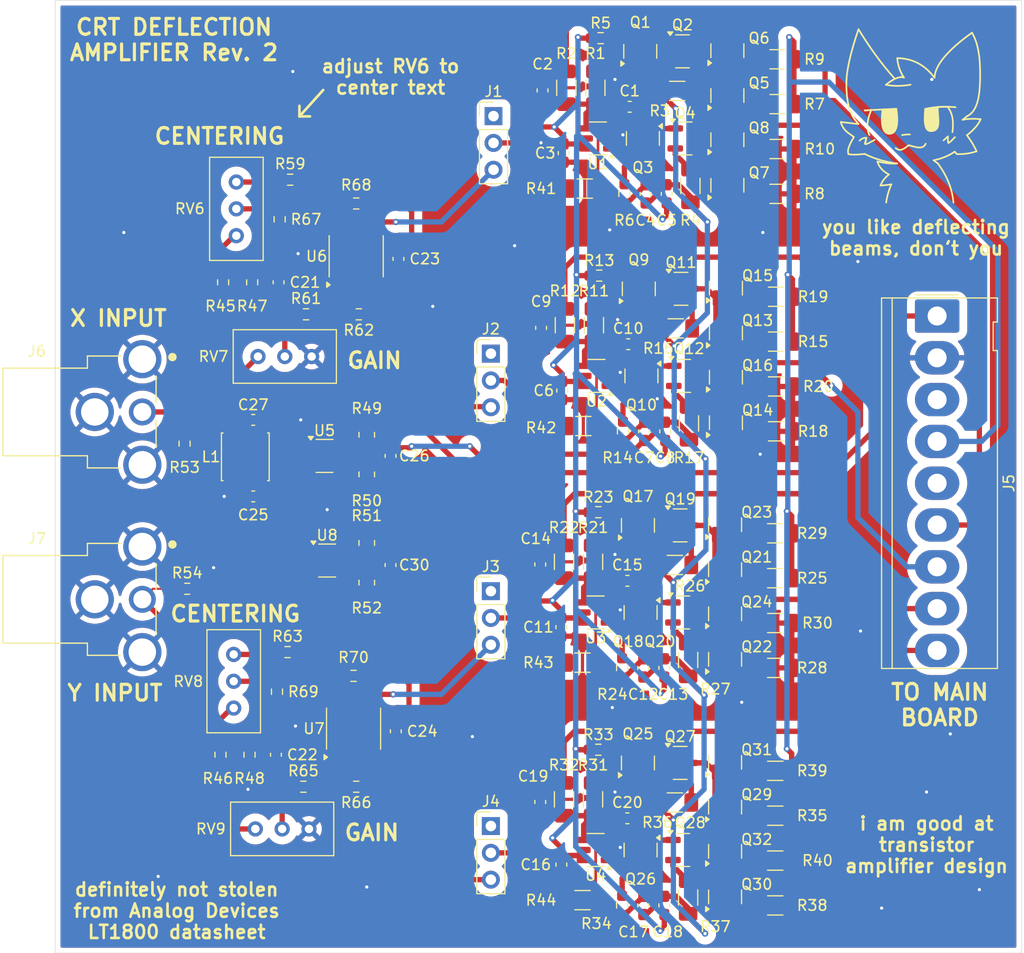
<source format=kicad_pcb>
(kicad_pcb (version 20241229) (generator "pcbnew") (generator_version "9.0")
  (layers (0 "F.Cu" signal) (2 "B.Cu" signal) (13 "F.Paste" user) (15 "B.Paste" user) (5 "F.SilkS" user "F.Silkscreen") (7 "B.SilkS" user "B.Silkscreen") (1 "F.Mask" user) (3 "B.Mask" user) (25 "Edge.Cuts" user))
  (net 0 "")
  (net 1 "Net-(U1--)")
  (net 2 "Net-(Q1-E)")
  (net 3 "Net-(U2--)")
  (net 4 "Net-(Q10-E)")
  (net 5 "Net-(U3--)")
  (net 6 "Net-(Q17-E)")
  (net 7 "Net-(U4--)")
  (net 8 "Net-(Q31-E)")
  (net 9 "+5V")
  (net 10 "Net-(Q1-B)")
  (net 11 "Net-(Q2-E)")
  (net 12 "Net-(Q2-C)")
  (net 13 "Net-(Q3-B)")
  (net 14 "Net-(Q4-C)")
  (net 15 "Net-(Q4-E)")
  (net 16 "Net-(Q5-E)")
  (net 17 "Net-(Q6-E)")
  (net 18 "Net-(Q7-E)")
  (net 19 "Net-(Q8-E)")
  (net 20 "Net-(Q11-B)")
  (net 21 "Net-(Q10-B)")
  (net 22 "Net-(Q11-C)")
  (net 23 "Net-(Q11-E)")
  (net 24 "Net-(Q12-E)")
  (net 25 "Net-(Q12-C)")
  (net 26 "Net-(Q13-E)")
  (net 27 "Net-(Q14-E)")
  (net 28 "Net-(Q15-E)")
  (net 29 "Net-(Q16-E)")
  (net 30 "Net-(Q17-B)")
  (net 31 "Net-(Q18-B)")
  (net 32 "Net-(Q19-C)")
  (net 33 "Net-(Q19-E)")
  (net 34 "Net-(Q20-E)")
  (net 35 "Net-(Q20-C)")
  (net 36 "Net-(Q21-E)")
  (net 37 "Net-(Q22-E)")
  (net 38 "Net-(Q23-E)")
  (net 39 "Net-(Q24-E)")
  (net 40 "Net-(Q25-B)")
  (net 41 "Net-(Q25-E)")
  (net 42 "Net-(Q26-B)")
  (net 43 "Net-(Q27-E)")
  (net 44 "Net-(Q28-E)")
  (net 45 "Net-(Q29-E)")
  (net 46 "Net-(Q30-E)")
  (net 47 "/Deflection Amp X1/OUTPUT")
  (net 48 "/Deflection Amp X2/OUTPUT")
  (net 49 "/Deflection Amp Y1/OUTPUT")
  (net 50 "/Deflection Amp Y2/OUTPUT")
  (net 51 "Net-(Q27-C)")
  (net 52 "Net-(Q28-C)")
  (net 53 "Net-(Q32-E)")
  (net 54 "/Deflection Amp X1/INPUT")
  (net 55 "/Deflection Amp X2/INPUT")
  (net 56 "/Deflection Amp Y1/INPUT")
  (net 57 "/Deflection Amp Y2/INPUT")
  (net 58 "Net-(R59-Pad2)")
  (net 59 "Net-(R61-Pad2)")
  (net 61 "GND")
  (net 62 "+10V")
  (net 63 "/X Pre-amp/INPUT")
  (net 64 "+300V")
  (net 65 "Net-(U1-+)")
  (net 66 "Net-(U2-+)")
  (net 67 "Net-(U3-+)")
  (net 68 "Net-(U4-+)")
  (net 69 "Net-(R63-Pad2)")
  (net 70 "Net-(R65-Pad2)")
  (net 71 "/X Pre-amp/INV OUTPUT")
  (net 72 "/Y Pre-amp/INV OUTPUT")
  (net 73 "/X Pre-amp/OUTPUT")
  (net 74 "/Y Pre-amp/OUTPUT")
  (net 76 "/Y Pre-amp/INPUT")
  (net 77 "+12V")
  (net 80 "X1_INPUT")
  (net 81 "X2_INPUT")
  (net 82 "Y1_INPUT")
  (net 83 "Y2_INPUT")
  (net 84 "Net-(R61-Pad1)")
  (net 85 "Net-(R65-Pad1)")
  (net 86 "Net-(R67-Pad1)")
  (net 87 "Net-(R67-Pad2)")
  (net 88 "Net-(R69-Pad2)")
  (net 89 "Net-(R69-Pad1)")
  (net 90 "Net-(R45-Pad1)")
  (net 91 "Net-(R46-Pad1)")
  (net 92 "Net-(U6-VCM)")
  (net 93 "Net-(U7-VCM)")
  (net 94 "Net-(U5-EN)")
  (net 95 "Net-(U5-ADJ)")
  (net 96 "Net-(U8-ADJ)")
  (footprint "Resistor_SMD:R_0603_1608Metric" (layer "F.Cu") (at 151.15 136.22 -90)
    (property "Reference" "R46")
    (property "Value" "6.25k")
    (property "VALUE" "" (hide yes))
  )
  (footprint "RCJ-011:CUI_RCJ-011" (layer "F.Cu") (at 137.8 103.75)
    (property "Reference" "J6")
    (property "Value" "RCJ-011")
    (property "VALUE" "" (hide yes))
  )
  (footprint "Resistor_SMD:R_0603_1608Metric_Pad0.98x0.95mm_HandSolder" (layer "F.Cu") (at 186.925 135.745)
    (property "Reference" "R33")
    (property "Value" "10k")
    (property "VALUE" "" (hide yes))
  )
  (footprint "Package_TO_SOT_SMD:SOT-23" (layer "F.Cu") (at 195.00625 100.334045)
    (property "Reference" "Q12")
    (property "Value" "FMMT558TA")
    (property "VALUE" "" (hide yes))
  )
  (footprint "Package_TO_SOT_SMD:SOT-23" (layer "F.Cu") (at 194.675 114.495)
    (property "Reference" "Q19")
    (property "Value" "FMMT458TA")
    (property "VALUE" "" (hide yes))
  )
  (footprint "Resistor_SMD:R_1206_3216Metric_Pad1.30x1.75mm_HandSolder" (layer "F.Cu") (at 203.675 137.745 180)
    (property "Reference" "R39")
    (property "Value" "1k")
    (property "VALUE" "" (hide yes))
  )
  (footprint "Resistor_SMD:R_1206_3216Metric_Pad1.30x1.75mm_HandSolder" (layer "F.Cu") (at 203.675 150.495)
    (property "Reference" "R38")
    (property "Value" "5k")
    (property "VALUE" "" (hide yes))
  )
  (footprint "Resistor_SMD:R_0805_2012Metric" (layer "F.Cu") (at 165 119.9125 -90)
    (property "Reference" "R52")
    (property "Value" "R_US")
  )
  (footprint "Package_TO_SOT_SMD:SOT-23" (layer "F.Cu") (at 198.925 149.6825 90)
    (property "Reference" "Q30")
    (property "Value" "FMMT458TA")
    (property "VALUE" "" (hide yes))
  )
  (footprint "Resistor_SMD:R_1206_3216Metric_Pad1.30x1.75mm_HandSolder" (layer "F.Cu") (at 203.75625 92.834045 180)
    (property "Reference" "R19")
    (property "Value" "1k")
    (property "VALUE" "" (hide yes))
  )
  (footprint "Resistor_SMD:R_0603_1608Metric_Pad0.98x0.95mm_HandSolder" (layer "F.Cu") (at 157.75 81.75 180)
    (property "Reference" "R59")
    (property "Value" "10k")
    (property "VALUE" "" (hide yes))
  )
  (footprint "Package_TO_SOT_SMD:SOT-23" (layer "F.Cu") (at 191.14375 77.839752 -90)
    (property "Reference" "Q3")
    (property "Value" "FMMT558TA")
    (property "VALUE" "" (hide yes))
  )
  (footprint "Resistor_SMD:R_0603_1608Metric" (layer "F.Cu") (at 147.75 106.75 90)
    (property "Reference" "R53")
    (property "Value" "10k")
  )
  (footprint "Resistor_SMD:R_1206_3216Metric_Pad1.30x1.75mm_HandSolder" (layer "F.Cu") (at 183.675 140.445 90)
    (property "Reference" "R32")
    (property "Value" "200k")
    (property "VALUE" "" (hide yes))
  )
  (footprint "Resistor_SMD:R_1206_3216Metric_Pad1.30x1.75mm_HandSolder" (layer "F.Cu") (at 203.675 115.245 180)
    (property "Reference" "R29")
    (property "Value" "1k")
    (property "VALUE" "" (hide yes))
  )
  (footprint "Package_TO_SOT_SMD:SOT-23" (layer "F.Cu") (at 198.925 141.1825 90)
    (property "Reference" "Q29")
    (property "Value" "FMMT558TA")
    (property "VALUE" "" (hide yes))
  )
  (footprint "Resistor_SMD:R_1206_3216Metric_Pad1.30x1.75mm_HandSolder" (layer "F.Cu") (at 203.675 141.995 180)
    (property "Reference" "R35")
    (property "Value" "5k")
    (property "VALUE" "" (hide yes))
  )
  (footprint "Potentiometer_THT:Potentiometer_Bourns_3296W_Vertical" (layer "F.Cu") (at 152.4 126.72 90)
    (property "Reference" "RV8")
    (property "Value" "5k")
    (property "VALUE" "" (hide yes))
  )
  (footprint "Connector_PinHeader_2.54mm:PinHeader_1x03_P2.54mm_Vertical" (layer "F.Cu") (at 176.75 142.975)
    (property "Reference" "J4")
    (property "Value" "Conn_01x03_Pin")
    (property "VALUE" "" (hide yes))
  )
  (footprint "Resistor_SMD:R_1206_3216Metric_Pad1.30x1.75mm_HandSolder" (layer "F.Cu") (at 186.64375 73.039752 -90)
    (property "Reference" "R1")
    (property "Value" "2k")
    (property "VALUE" "" (hide yes))
  )
  (footprint "Resistor_SMD:R_1206_3216Metric_Pad1.30x1.75mm_HandSolder" (layer "F.Cu") (at 186.425 117.945 -90)
    (property "Reference" "R21")
    (property "Value" "2k")
    (property "VALUE" "" (hide yes))
  )
  (footprint "RCJ-011:CUI_RCJ-011" (layer "F.Cu") (at 137.8 121.5)
    (property "Reference" "J7")
    (property "Value" "RCJ-011")
    (property "VALUE" "" (hide yes))
  )
  (footprint "Capacitor_SMD:C_0603_1608Metric" (layer "F.Cu") (at 156.65 91.47 90)
    (property "Reference" "C21")
    (property "Value" "0.1u")
    (property "VALUE" "" (hide yes))
  )
  (footprint "Resistor_SMD:R_1206_3216Metric_Pad1.30x1.75mm_HandSolder" (layer "F.Cu") (at 194.175 140.745 180)
    (property "Reference" "R36")
    (property "Value" "1k")
    (property "VALUE" "" (hide yes))
  )
  (footprint "Package_TO_SOT_SMD:SOT-23-5" (layer "F.Cu") (at 161 107.9125)
    (property "Reference" "U5")
    (property "Value" "AP2204K-ADJ")
  )
  (footprint "Package_TO_SOT_SMD:SOT-23" (layer "F.Cu") (at 190.925 145.245 -90)
    (property "Reference" "Q26")
    (property "Value" "FMMT558TA")
    (property "VALUE" "" (hide yes))
  )
  (footprint "Resistor_SMD:R_1206_3216Metric_Pad1.30x1.75mm_HandSolder" (layer "F.Cu") (at 194.25625 95.834045 180)
    (property "Reference" "R16")
    (property "Value" "1k")
    (property "VALUE" "" (hide yes))
  )
  (footprint "Capacitor_SMD:C_0603_1608Metric_Pad1.08x0.95mm_HandSolder" (layer "F.Cu") (at 183.425 146.6325 -90)
    (property "Reference" "C16")
    (property "Value" "0.1u")
    (property "VALUE" "" (hide yes))
  )
  (footprint "Capacitor_SMD:C_0603_1608Metric" (layer "F.Cu") (at 167.25 118.25 -90)
    (property "Reference" "C30")
    (property "Value" "10u")
  )
  (footprint "Resistor_SMD:R_0603_1608Metric_Pad0.98x0.95mm_HandSolder" (layer "F.Cu") (at 164.25 94.5)
    (property "Reference" "R62")
    (property "Value" "2.2k")
    (property "VALUE" "" (hide yes))
  )
  (footprint "Capacitor_SMD:C_0603_1608Metric_Pad1.08x0.95mm_HandSolder" (layer "F.Cu") (at 189.675 119.745)
    (property "Reference" "C15")
    (property "Value" "68p")
    (property "VALUE" "" (hide yes))
  )
  (footprint "Package_TO_SOT_SMD:TSOT-23-6" (layer "F.Cu") (at 186.89375 77.839752 180)
    (property "Reference" "U1")
    (property "Value" "LMH6639")
    (property "VALUE" "" (hide yes))
  )
  (footprint "Package_TO_SOT_SMD:SOT-23" (layer "F.Cu") (at 198.925 136.9325 90)
    (property "Reference" "Q31")
    (property "Value" "FMMT558TA")
    (property "VALUE" "" (hide yes))
  )
  (footprint "Capacitor_SMD:C_0603_1608Metric_Pad1.08x0.95mm_HandSolder" (layer "F.Cu") (at 181.64375 73.289752 -90)
    (property "Reference" "C2")
    (property "Value" "2p")
    (property "VALUE" "" (hide yes))
  )
  (footprint "Package_SO:SOIC-8_3.9x4.9mm_P1.27mm" (layer "F.Cu") (at 164 89 90)
    (property "Reference" "U6")
    (property "Value" "LMH6551MA")
    (property "VALUE" "" (hide yes))
  )
  (footprint "Resistor_SMD:R_1206_3216Metric_Pad1.30x1.75mm_HandSolder" (layer "F.Cu") (at 185.50625 105.084045)
    (property "Reference" "R42")
    (property "Value" "2k")
    (property "VALUE" "" (hide yes))
  )
  (footprint "Resistor_SMD:R_1206_3216Metric_Pad1.30x1.75mm_HandSolder" (layer "F.Cu") (at 195.50625 104.834045 90)
    (property "Reference" "R17")
    (property "Value" "100")
    (property "VALUE" "" (hide yes))
  )
  (footprint "Package_TO_SOT_SMD:SOT-23" (layer "F.Cu") (at 194.89375 69.589752)
    (property "Reference" "Q2")
    (property "Value" "FMMT458TA")
    (property "VALUE" "" (hide yes))
  )
  (footprint "Capacitor_SMD:C_0603_1608Metric" (layer "F.Cu") (at 154.25 111.75)
    (property "Reference" "C25")
    (property "Value" "10u")
  )
  (footprint "Capacitor_SMD:C_0603_1608Metric_Pad1.08x0.95mm_HandSolder" (layer "F.Cu") (at 189.75625 97.334045)
    (property "Reference" "C10")
    (property "Value" "68p")
    (property "VALUE" "" (hide yes))
  )
  (footprint "Capacitor_SMD:C_0603_1608Metric_Pad1.08x0.95mm_HandSolder" (layer "F.Cu") (at 189.675 142.245)
    (property "Reference" "C20")
    (property "Value" "68p")
    (property "VALUE" "" (hide yes))
  )
  (footprint "Resistor_SMD:R_0603_1608Metric_Pad0.98x0.95mm_HandSolder" (layer "F.Cu") (at 189.25625 105.584045 -90)
    (property "Reference" "R14")
    (property "Value" "10k")
    (property "VALUE" "" (hide yes))
  )
  (footprint "Resistor_SMD:R_1206_3216Metric_Pad1.30x1.75mm_HandSolder" (layer "F.Cu") (at 203.675 119.495 180)
    (property "Reference" "R25")
    (property "Value" "5k")
    (property "VALUE" "" (hide yes))
  )
  (footprint "Potentiometer_THT:Potentiometer_Bourns_3296W_Vertical" (layer "F.Cu") (at 154.7 98.5 180)
    (property "Reference" "RV7")
    (property "Value" "47k")
    (property "VALUE" "" (hide yes))
  )
  (footprint "Resistor_SMD:R_0603_1608Metric_Pad0.98x0.95mm_HandSolder" (layer "F.Cu") (at 163.75 128.75)
    (property "Reference" "R70")
    (property "Value" "2.2k")
    (property "VALUE" "" (hide yes))
  )
  (footprint "Package_TO_SOT_SMD:SOT-23" (layer "F.Cu") (at 199.00625 96.271545 90)
    (property "Reference" "Q13")
    (property "Value" "FMMT558TA")
    (property "VALUE" "" (hide yes))
  )
  (footprint "Capacitor_SMD:C_0603_1608Metric_Pad1.08x0.95mm_HandSolder" (layer "F.Cu") (at 193.175 127.995 90)
    (property "Reference" "C13")
    (property "Value" "0.1u")
    (property "VALUE" "" (hide yes))
  )
  (footprint "Resistor_SMD:R_0603_1608Metric_Pad0.98x0.95mm_HandSolder" (layer "F.Cu") (at 159.25 94.5 180)
    (property "Reference" "R61")
    (property "Value" "1k")
    (property "VALUE" "" (hide yes))
  )
  (footprint "Package_TO_SOT_SMD:SOT-23" (layer "F.Cu") (at 198.925 114.4325 90)
    (property "Reference" "Q23")
    (property "Value" "FMMT558TA")
    (property "VALUE" "" (hide yes))
  )
  (footprint "Capacitor_SMD:C_0603_1608Metric_Pad1.08x0.95mm_HandSolder" (layer "F.Cu") (at 181.425 118.195 -90)
    (property "Reference" "C14")
    (property "Value" "2p")
    (property "VALUE" "" (hide yes))
  )
  (footprint "Package_TO_SOT_SMD:SOT-23" (layer "F.Cu") (at 199.14375 69.527252 90)
    (property "Reference" "Q6")
    (property "Value" "FMMT558TA")
    (property "VALUE" "" (hide yes))
  )
  (footprint "Package_TO_SOT_SMD:SOT-23" (layer "F.Cu") (at 190.675 136.995 90)
    (property "Reference" "Q25")
    (property "Value" "FMMT458TA")
    (property "VALUE" "" (hide yes))
  )
  (footprint "Resistor_SMD:R_1206_3216Metric_Pad1.30x1.75mm_HandSolder" (layer "F.Cu") (at 203.89375 78.839752)
    (property "Reference" "R10")
    (property "Value" "1k")
    (property "VALUE" "" (hide yes))
  )
  (footprint "Resistor_SMD:R_0603_1608Metric_Pad0.98x0.95mm_HandSolder" (layer "F.Cu") (at 159 139.25 180)
    (property "Reference" "R65")
    (property "Value" "1k")
    (property "VALUE" "" (hide yes))
  )
  (footprint "Resistor_SMD:R_1206_3216Metric_Pad1.30x1.75mm_HandSolder" (layer "F.Cu") (at 203.675 146.245)
    (property "Reference" "R40")
    (property "Value" "1k")
    (property "VALUE" "" (hide yes))
  )
  (footprint "Resistor_SMD:R_1206_3216Metric_Pad1.30x1.75mm_HandSolder" (layer "F.Cu") (at 195.64375 82.339752 90)
    (property "Reference" "R4")
    (property "Value" "100")
    (property "VALUE" "" (hide yes))
  )
  (footprint "Resistor_SMD:R_0805_2012Metric" (layer "F.Cu") (at 165 116.1625 -90)
    (property "Reference" "R51")
    (property "Value" "R_US")
  )
  (footprint "Package_TO_SOT_SMD:TSOT-23-6" (layer "F.Cu") (at 186.75625 100.334045 180)
    (property "Reference" "U2")
    (property "Value" "LMH6639")
    (property "VALUE" "" (hide yes))
  )
  (footprint "Package_TO_SOT_SMD:TSOT-23-6" (layer "F.Cu") (at 186.675 122.745 180)
    (property "Reference" "U3")
    (property "Value" "LMH6639")
    (property "VALUE" "" (hide yes))
  )
  (footprint "Resistor_SMD:R_0603_1608Metric_Pad0.98x0.95mm_HandSolder" (layer "F.Cu") (at 186.925 113.245)
    (property "Reference" "R23")
    (property "Value" "10k")
    (property "VALUE" "" (hide yes))
  )
  (footprint "Resistor_SMD:R_1206_3216Metric_Pad1.30x1.75mm_HandSolder" (layer "F.Cu") (at 195.425 127.245 90)
    (property "Reference" "R27")
    (property "Value" "100")
    (property "VALUE" "" (hide yes))
  )
  (footprint "Capacitor_SMD:C_0603_1608Metric" (layer "F.Cu") (at 156.4 136.22 90)
    (property "Reference" "C22")
    (property "Value" "0.1u")
    (property "VALUE" "" (hide yes))
  )
  (footprint "Resistor_SMD:R_0603_1608Metric_Pad0.98x0.95mm_HandSolder" (layer "F.Cu") (at 187.14375 68.339752)
    (property "Reference" "R5")
    (property "Value" "10k")
    (property "VALUE" "" (hide yes))
  )
  (footprint "Package_TO_SOT_SMD:SOT-23" (layer "F.Cu") (at 195.14375 77.839752)
    (property "Reference" "Q4")
    (property "Value" "FMMT558TA")
    (property "VALUE" "" (hide yes))
  )
  (footprint "Resistor_SMD:R_1206_3216Metric_Pad1.30x1.75mm_HandSolder" (layer "F.Cu") (at 203.89375 83.089752)
    (property "Reference" "R8")
    (property "Value" "5k")
    (property "VALUE" "" (hide yes))
  )
  (footprint "Resistor_SMD:R_1206_3216Metric_Pad1.30x1.75mm_HandSolder" (layer "F.Cu") (at 185.425 149.995)
    (property "Reference" "R44")
    (property "Value" "2k")
    (property "VALUE" "" (hide yes))
  )
  (footprint "Resistor_SMD:R_1206_3216Metric_Pad1.30x1.75mm_HandSolder" (layer "F.Cu") (at 186.50625 95.534045 -90)
    (property "Reference" "R11")
    (property "Value" "2k")
    (property "VALUE" "" (hide yes))
  )
  (footprint "Resistor_SMD:R_1206_3216Metric_Pad1.30x1.75mm_HandSolder" (layer "F.Cu") (at 203.675 127.995)
    (property "Reference" "R28")
    (property "Value" "5k")
    (property "VALUE" "" (hide yes))
  )
  (footprint "Resistor_SMD:R_0603_1608Metric_Pad0.98x0.95mm_HandSolder" (layer "F.Cu") (at 156.5 130.25 90)
    (property "Reference" "R69")
    (property "Value" "1k")
    (property "VALUE" "" (hide yes))
  )
  (footprint "Resistor_SMD:R_1206_3216Metric_Pad1.30x1.75mm_HandSolder" (layer "F.Cu") (at 194.39375 73.339752 180)
    (property "Reference" "R3")
    (property "Value" "1k")
    (property "VALUE" "" (hide yes))
  )
  (footprint "Resistor_SMD:R_1206_3216Metric_Pad1.30x1.75mm_HandSolder" (layer "F.Cu") (at 183.675 117.945 90)
    (property "Reference" "R22")
    (property "Value" "200k")
    (property "VALUE" "" (hide yes))
  )
  (footprint "Capacitor_SMD:C_0603_1608Metric" (layer "F.Cu") (at 154.25 104.5)
    (property "Reference" "C27")
    (property "Value" "10u")
  )
  (footprint "Package_TO_SOT_SMD:SOT-23" (layer "F.Cu") (at 194.925 122.745)
    (property "Reference" "Q20")
    (property "Value" "FMMT558TA")
    (property "VALUE" "" (hide yes))
  )
  (footprint "Resistor_SMD:R_1206_3216Metric_Pad1.30x1.75mm_HandSolder" (layer "F.Cu") (at 185.64375 82.589752)
    (property "Reference" "R41")
    (property "Value" "2k")
    (property "VALUE" "" (hide yes))
  )
  (footprint "Package_TO_SOT_SMD:SOT-23" (layer "F.Cu") (at 199.00625 100.459045 90)
    (property "Reference" "Q16")
    (property "Value" "FMMT458TA")
    (property "VALUE" "" (hide yes))
  )
  (footprint "Capacitor_SMD:C_0603_1608Metric_Pad1.08x0.95mm_HandSolder" (layer "F.Cu") (at 181.50625 95.784045 -90)
    (property "Reference" "C9")
    (property "Value" "2p")
    (property "VALUE" "" (hide yes))
  )
  (footprint "Capacitor_SMD:C_0603_1608Metric" (layer "F.Cu") (at 167.25 107.9125 -90)
    (property "Reference" "C26")
    (property "Value" "10u")
  )
  (footprint "Resistor_SMD:R_1206_3216Metric_Pad1.30x1.75mm_HandSolder" (layer "F.Cu") (at 195.425 149.745 90)
    (property "Reference" "R37")
    (property "Value" "100")
    (property "VALUE" "" (hide yes))
  )
  (footprint "Capacitor_SMD:C_0603_1608Metric_Pad1.08x0.95mm_HandSolder" (layer "F.Cu") (at 191.39375 83.089752 90)
    (property "Reference" "C4")
    (property "Value" "0.1u")
    (property "VALUE" "" (hide yes))
  )
  (footprint "Connector_PinHeader_2.54mm:PinHeader_1x03_P2.54mm_Vertical" (layer "F.Cu") (at 177 75.725)
    (property "Reference" "J1")
    (property "Value" "Conn_01x03_Pin")
    (property "VALUE" "" (hide yes))
  )
  (footprint "Package_SO:SOIC-8_3.9x4.9mm_P1.27mm" (layer "F.Cu") (at 163.75 133.75 90)
    (property "Reference" "U7")
    (property "Value" "LMH6551MA")
    (property "VALUE" "" (hide yes))
  )
  (footprint "Resistor_SMD:R_0603_1608Metric" (layer "F.Cu") (at 153.9 136.22 90)
    (property "Reference" "R48")
    (property "Value" "3.75k")
    (property "VALUE" "" (hide yes))
  )
  (footprint "Capacitor_SMD:C_0603_1608Metric_Pad1.08x0.95mm_HandSolder" (layer "F.Cu") (at 183.64375 79.227252 -90)
    (property "Reference" "C3")
    (property "Value" "0.1u")
    (property "VALUE" "" (hide yes))
  )
  (footprint "Capacitor_SMD:C_0603_1608Metric_Pad1.08x0.95mm_HandSolder" (layer "F.Cu") (at 183.50625 101.721545 -90)
    (property "Reference" "C6")
    (property "Value" "0.1u")
    (property "VALUE" "" (hide yes))
  )
  (footprint "Inductor_SMD:L_APV_ANR4018" (layer "F.Cu") (at 153.5 108 -90)
    (property "Reference" "L1")
    (property "Value" "L")
  )
  (footprint "Connector_PinHeader_2.54mm:PinHeader_1x03_P2.54mm_Vertical" (layer "F.Cu") (at 176.75 120.725)
    (property "Reference" "J3")
    (property "Value" "Conn_01x03_Pin")
    (property "VALUE" "" (hide yes))
  )
  (footprint "Package_TO_SOT_SMD:TSOT-23-6" (layer "F.Cu") (at 186.675 145.245 180)
    (property "Reference" "U4")
    (property "Value" "LMH6639")
    (property "VALUE" "" (hide yes))
  )
  (footprint "Package_TO_SOT_SMD:SOT-23" (layer "F.Cu") (at 199.00625 92.021545 90)
    (property "Reference" "Q15")
    (property "Value" "FMMT558TA")
    (property "VALUE" "" (hide yes))
  )
  (footprint "Capacitor_SMD:C_0603_1608Metric" (layer "F.Cu") (at 167.75 134 90)
    (property "Reference" "C24")
    (property "Value" "1u")
    (property "VALUE" "" (hide yes))
  )
  (footprint "Resistor_SMD:R_0603_1608Metric_Pad0.98x0.95mm_HandSolder" (layer "F.Cu") (at 189.175 127.995 -90)
    (property "Reference" "R24")
    (property "Value" "10k")
    (property "VALUE" "" (hide yes))
  )
  (footprint "Capacitor_SMD:C_0603_1608Metric_Pad1.08x0.95mm_HandSolder" (layer "F.Cu") (at 181.425 140.695 -90)
    (property "Reference" "C19")
    (property "Value" "2p")
    (property "VALUE" "" (hide yes))
  )
  (footprint "Resistor_SMD:R_1206_3216Metric_Pad1.30x1.75mm_HandSolder" (layer "F.Cu") (at 203.89375 74.589752 180)
    (property "Reference" "R7")
    (property "Value" "5k")
    (property "VALUE" "" (hide yes))
  )
  (footprint "Package_TO_SOT_SMD:SOT-23" (layer "F.Cu") (at 194.925 145.245)
    (property "Reference" "Q28")
    (property "Value" "FMMT558TA")
    (property "VALUE" "" (hide yes))
  )
  (footprint "Package_TO_SOT_SMD:SOT-23" (layer "F.Cu") (at 190.89375 69.589752 90)
    (property "Reference" "Q1")
    (property "Value" "FMMT458TA")
    (property "VALUE" "" (hide yes))
  )
  (footprint "Capacitor_SMD:C_0603_1608Metric_Pad1.08x0.95mm_HandSolder" (layer "F.Cu") (at 193.175 150.495 90)
    (property "Reference" "C18")
    (property "Value" "0.1u")
    (property "VALUE" "" (hide yes))
  )
  (footprint "Package_TO_SOT_SMD:SOT-23" (layer "F.Cu") (at 199.14375 82.277252 90)
    (property "Reference" "Q7")
    (property "Value" "FMMT458TA")
    (property "VALUE" "" (hide yes))
  )
  (footprint "Package_TO_SOT_SMD:SOT-23" (layer "F.Cu") (at 190.675 114.495 90)
    (property "Reference" "Q17")
    (property "Value" "FMMT458TA")
    (property "VALUE" "" (hide yes))
  )
  (footprint "Potentiometer_THT:Potentiometer_Bourns_3296W_Vertical" (layer "F.Cu") (at 152.65 81.97 90)
    (property "Reference" "RV6")
    (property "Value" "5k")
    (property "VALUE" "" (hide yes))
  )
  (footprint "Package_TO_SOT_SMD:SOT-23" (layer "F.Cu") (at 190.75625 92.084045 90)
    (property "Reference" "Q9")
    (property "Value" "FMMT458TA")
    (property "VALUE" "" (hide yes))
  )
  (footprint "Resistor_SMD:R_0603_1608Metric_Pad0.98x0.95mm_HandSolder" (layer "F.Cu") (at 189.175 150.495 -90)
    (property "Reference" "R34")
    (property "Value" "10k")
    (property "VALUE" "" (hide yes))
  )
  (footprint "Capacitor_SMD:C_0603_1608Metric" (layer "F.Cu") (at 168 89.25 90)
    (property "Reference" "C23")
    (property "Value" "1u")
    (property "VALUE" "" (hide yes))
  )
  (footprint "Package_TO_SOT_SMD:SOT-23" (layer "F.Cu") (at 191.00625 100.334045 -90)
    (property "Reference" "Q10")
    (property "Value" "FMMT558TA")
    (property "VALUE" "" (hide yes))
  )
  (footprint "Resistor_SMD:R_0603_1608Metric_Pad0.98x0.95mm_HandSolder" (layer "F.Cu") (at 164 84)
    (property "Reference" "R68")
    (property "Value" "2.2k")
    (property "VALUE" "" (hide yes))
  )
  (footprint "Capacitor_SMD:C_0603_1608Metric_Pad1.08x0.95mm_HandSolder" (layer "F.Cu") (at 189.89375 74.839752)
    (property "Reference" "C1")
    (property "Value" "68p")
    (property "VALUE" "" (hide yes))
  )
  (footprint "Capacitor_SMD:C_0603_1608Metric_Pad1.08x0.95mm_HandSolder" (layer "F.Cu") (at 183.425 124.1325 -90)
    (property "Reference" "C11")
    (property "Value" "0.1u")
    (property "VALUE" "" (hide yes))
  )
  (footprint "Capacitor_SMD:C_0603_1608Metric_Pad1.08x0.95mm_HandSolder" (layer "F.Cu") (at 193.39375 83.089752 90)
    (property "Reference" "C5")
    (property "Value" "0.1u")
    (property "VALUE" "" (hide yes))
  )
  (footprint "Resistor_SMD:R_1206_3216Metric_Pad1.30x1.75mm_HandSolder" (layer "F.Cu") (at 183.75625 95.534045 90)
    (property "Reference" "R12")
    (property "Value" "200k")
    (property "VALUE" "" (hide yes))
  )
  (footprint "Package_TO_SOT_SMD:SOT-23" (layer "F.Cu") (at 194.75625 92.084045)
    (property "Reference" "Q11")
    (property "Value" "FMMT458TA")
    (property "VALUE" "" (hide yes))
  )
  (footprint "Package_TO_SOT_SMD:SOT-23" (layer "F.Cu") (at 199.00625 104.771545 90)
    (property "Reference" "Q14")
    (property "Value" "FMMT458TA")
    (property "VALUE" "" (hide yes))
  )
  (footprint "Resistor_SMD:R_0603_1608Metric_Pad0.98x0.95mm_HandSolder" (layer "F.Cu") (at 189.39375 83.089752 -90)
    (property "Reference" "R6")
    (property "Value" "10k")
    (property "VALUE" "" (hide yes))
  )
  (footprint "Resistor_SMD:R_1206_3216Metric_Pad1.30x1.75mm_HandSolder" (layer "F.Cu") (at 186.425 140.445 -90)
    (property "Reference" "R31")
    (property "Value" "2k")
    (property "VALUE" "" (hide yes))
  )
  (footprint "Resistor_SMD:R_0603_1608Metric_Pad0.98x0.95mm_HandSolder" (layer "F.Cu") (at 187.00625 90.834045)
    (property "Reference" "R13")
    (property "Value" "10k")
    (property "VALUE" "" (hide yes))
  )
  (footprint "Package_TO_SOT_SMD:SOT-23" (layer "F.Cu") (at 198.925 145.37 90)
    (property "Reference" "Q32")
    (property "Value" "FMMT458TA")
    (property "VALUE" "" (hide yes))
  )
  (footprint "Capacitor_SMD:C_0603_1608Metric_Pad1.08x0.95mm_HandSolder" (layer "F.Cu") (at 191.175 150.495 90)
    (property "Reference" "C17")
    (property "Value" "0.1u")
    (property "VALUE" "" (hide yes))
  )
  (footprint "Resistor_SMD:R_0603_1608Metric" (layer "F.Cu") (at 151.4 91.47 -90)
    (property "Reference" "R45")
    (property "Value" "6.25k")
    (property "VALUE" "" (hide yes))
  )
  (footprint "Resistor_SMD:R_0603_1608Metric_Pad0.98x0.95mm_HandSolder" (layer "F.Cu") (at 164 139.25)
    (property "Reference" "R66")
    (property "Value" "2.2k")
    (property "VALUE" "" (hide yes))
  )
  (footprint "Resistor_SMD:R_1206_3216Metric_Pad1.30x1.75mm_HandSolder" (layer "F.Cu") (at 203.75625 101.334045)
    (property "Reference" "R20")
    (property "Value" "1k")
    (property "VALUE" "" (hide yes))
  )
  (footprint "Capacitor_SMD:C_0603_1608Metric_Pad1.08x0.95mm_HandSolder" (layer "F.Cu") (at 191.25625 105.584045 90)
    (property "Reference" "C7")
    (property "Value" "0.1u")
    (property "VALUE" "" (hide yes))
  )
  (footprint "Resistor_SMD:R_0603_1608Metric_Pad0.98x0.95mm_HandSolder" (layer "F.Cu") (at 157.5 126.5 180)
    (property "Reference" "R63")
    (property "Value" "10k")
    (property "VALUE" "" (hide yes))
  )
  (footprint "Resistor_SMD:R_1206_3216Metric_Pad1.30x1.75mm_HandSolder" (layer "F.Cu") (at 194.175 118.245 180)
    (property "Reference" "R26")
    (property "Value" "1k")
    (property "VALUE" "" (hide yes))
  )
  (footprint "Package_TO_SOT_SMD:SOT-23" (layer "F.Cu") (at 199.14375 73.777252 90)
    (property "Reference" "Q5")
    (property "Value" "FMMT558TA")
    (property "VALUE" "" (hide yes))
  )
  (footprint "Capacitor_SMD:C_0603_1608Metric_Pad1.08x0.95mm_HandSolder" (layer "F.Cu") (at 193.25625 105.584045 90)
    (property "Reference" "C8")
    (property "Value" "0.1u")
    (property "VALUE" "" (hide yes))
  )
  (footprint "Connector_PinHeader_2.54mm:PinHeader_1x03_P2.54mm_Vertical" (layer "F.Cu") (at 176.75 98.225)
    (property "Reference" "J2")
    (property "Value" "Conn_01x03_Pin")
    (property "VALUE" "" (hide yes))
  )
  (footprint "Resistor_SMD:R_0603_1608Metric" (layer "F.Cu") (at 148 120.5 180)
    (property "Reference" "R54")
    (property "Value" "10k")
  )
  (footprint "Resistor_SMD:R_0603_1608Metric" (layer "F.Cu") (at 154.15 91.47 90)
    (property "Reference" "R47")
    (property "Value" "3.75k")
    (property "VALUE" "" (hide yes))
  )
  (footprint "Package_TO_SOT_SMD:SOT-23" (layer "F.Cu") (at 199.14375 77.964752 90)
    (property "Reference" "Q8")
    (property "Value" "FMMT458TA")
    (property "VALUE" "" (hide yes))
  )
  (footprint "Resistor_SMD:R_1206_3216Metric_Pad1.30x1.75mm_HandSolder" (layer "F.Cu") (at 203.675 123.745)
    (property "Reference" "R30")
    (property "Value" "1k")
    (property "VALUE" "" (hide yes))
  )
  (footprint "Resistor_SMD:R_1206_3216Metric_Pad1.30x1.75mm_HandSolder" (layer "F.Cu") (at 203.75625 97.084045 180)
    (property "Reference" "R15")
    (property "Value" "5k")
    (property "VALUE" "" (hide yes))
  )
  (footprint "Resistor_SMD:R_0603_1608Metric_Pad0.98x0.95mm_HandSolder" (layer "F.Cu") (at 156.75 85.5 90)
    (property "Reference" "R67")
    (property "Value" "1k")
    (property "VALUE" "" (hide yes))
  )
  (footprint "Package_TO_SOT_SMD:SOT-23" (layer "F.Cu") (at 198.925 118.6825 90)
    (property "Reference" "Q21")
    (property "Value" "FMMT558TA")
    (property "VALUE" "" (hide yes))
  )
  (footprint "Package_TO_SOT_SMD:SOT-23-5" (layer "F.Cu") (at 161.25 117.825)
    (property "Reference" "U8")
    (property "Value" "AP2204K-ADJ")
  )
  (footprint "Resistor_SMD:R_1206_3216Metric_Pad1.30x1.75mm_HandSolder" (layer "F.Cu") (at 183.89375 73.039752 90)
    (property "Reference" "R2")
    (property "Value" "200k")
    (property "VALUE" "" (hide yes))
  )
  (footprint "Resistor_SMD:R_1206_3216Metric_Pad1.30x1.75mm_HandSolder" (layer "F.Cu") (at 203.89375 70.339752 180)
    (property "Reference" "R9")
    (property "Value" "1k")
    (property "VALUE" "" (hide yes))
  )
  (footprint "Package_TO_SOT_SMD:SOT-23" (layer "F.Cu") (at 198.925 122.87 90)
    (property "Reference" "Q24")
    (property "Value" "FMMT458TA")
    (property "VALUE" "" (hide yes))
  )
  (footprint "Resistor_SMD:R_0805_2012Metric" (layer "F.Cu") (at 165 109.6625 -90)
    (property "Reference" "R50")
    (property "Value" "R_US")
  )
  (footprint "Package_TO_SOT_SMD:SOT-23" (layer "F.Cu") (at 194.675 136.995)
    (property "Reference" "Q27")
    (property "Value" "FMMT458TA")
    (property "VALUE" "" (hide yes))
  )
  (footprint "Resistor_SMD:R_0805_2012Metric" (layer "F.Cu") (at 165 105.9125 -90)
    (property "Reference" "R49")
    (property "Value" "R_US")
  )
  (footprint "Package_TO_SOT_SMD:SOT-23" (layer "F.Cu") (at 190.925 122.745 -90)
    (property "Reference" "Q18")
    (property "Value" "FMMT558TA")
    (property "VALUE" "" (hide yes))
  )
  (footprint "Capacitor_SMD:C_0603_1608Metric_Pad1.08x0.95mm_HandSolder" (layer "F.Cu") (at 191.175 127.995 90)
    (property "Reference" "C12")
    (property "Value" "0.1u")
    (property "VALUE" "" (hide yes))
  )
  (footprint "Potentiometer_THT:Potentiometer_Bourns_3296W_Vertical" (layer "F.Cu") (at 154.45 143.25 180)
    (property "Reference" "RV9")
    (property "Value" "47k")
    (property "VALUE" "" (hide yes))
  )
  (footprint "Resistor_SMD:R_1206_3216Metric_Pad1.30x1.75mm_HandSolder" (layer "F.Cu") (at 203.75625 105.584045)
    (property "Reference" "R18")
    (property "Value" "5k")
    (property "VALUE" "" (hide yes))
  )
  (footprint "Package_TO_SOT_SMD:SOT-23" (layer "F.Cu") (at 198.925 127.1825 90)
    (property "Reference" "Q22")
    (property "Value" "FMMT458TA")
    (property "VALUE" "" (hide yes))
  )
  (footprint "Resistor_SMD:R_1206_3216Metric_Pad1.30x1.75mm_HandSolder" (layer "F.Cu") (at 185.425 127.495)
    (property "Reference" "R43")
    (property "Value" "2k")
    (property "VALUE" "" (hide yes))
  )
  (footprint "Connector_Molex:Molex_KK-396_5273-09A_1x09_P3.96mm_Vertical" (layer "F.Cu") (at 219 94.66 -90)
    (property "Reference" "J5")
    (property "Value" "MAIN BOARD CONNECTOR")
    (property "VALUE" "" (hide yes))
  )
  (gr_line (start 214.175527 83.914035) (end 214.175528 83.914029) (stroke (width 0.1)) (layer "F.SilkS"))
  (gr_curve (pts (xy 218.665149 79.90832) (xy 219.418314 79.761755) (xy 220.085582 79.490244) (xy 220.666951 79.093794)) (stroke (width 0.158749)) (layer "F.SilkS"))
  (gr_curve (pts (xy 212.153648 79.309292) (xy 213.012654 79.751457) (xy 214.035281 80.053375) (xy 215.221529 80.215048)) (stroke (width 0.1)) (layer "F.SilkS"))
  (gr_curve (pts (xy 216.484238 72.75) (xy 215.594052 72.89537) (xy 214.814936 72.897003) (xy 214.146889 72.7549)) (stroke (width 0.158749)) (layer "F.SilkS"))
  (gr_curve (pts (xy 215.227692 70.232147) (xy 216.674703 70.252718) (xy 217.849802 70.871497) (xy 218.752988 72.088486)) (stroke (width 0.158749)) (layer "F.SilkS"))
  (gr_line (start 219.060068 80.199815) (end 218.66515 79.908326) (stroke (width 0.1)) (layer "F.SilkS"))
  (gr_curve (pts (xy 215.079022 78.75128) (xy 215.439693 79.049354) (xy 215.727335 78.968873) (xy 216.304109 78.478541)) (stroke (width 0.158749)) (layer "F.SilkS"))
  (gr_curve (pts (xy 217.87092 75.04288) (xy 218.794904 74.834574) (xy 219.754597 74.78101) (xy 220.75 74.882186)) (stroke (width 0.158749)) (layer "F.SilkS"))
  (gr_curve (pts (xy 211.662392 78.052035) (xy 211.833572 77.861996) (xy 212.04537 77.770603) (xy 212.297788 77.777857)) (stroke (width 0.158749) (color 196 24 24 1)) (layer "F.SilkS"))
  (gr_curve (pts (xy 210.599255 79.320979) (xy 211.084644 79.426223) (xy 211.623685 79.352627) (xy 212.153648 79.309292)) (stroke (width 0.1)) (layer "F.SilkS"))
  (gr_curve (pts (xy 215.227695 70.232153) (xy 215.272549 70.820509) (xy 215.448677 71.442059) (xy 215.784241 71.95644)) (stroke (width 0.1)) (layer "F.SilkS"))
  (gr_curve (pts (xy 221.411348 76.075703) (xy 221.861168 75.974452) (xy 222.430496 75.952874) (xy 223.119334 76.010969)) (stroke (width 0.158749)) (layer "F.SilkS"))
  (gr_curve (pts (xy 215.221529 80.21504) (xy 214.035282 80.053369) (xy 213.012656 79.751449) (xy 212.153648 79.309284)) (stroke (width 0.158749)) (layer "F.SilkS"))
  (gr_line (start 221.411349 76.075707) (end 221.819713 75.742841) (stroke (width 0.1)) (layer "F.SilkS"))
  (gr_line (start 211.551759 76.475155) (end 209.880494 76.282316) (stroke (width 0.1)) (layer "F.SilkS"))
  (gr_curve (pts (xy 213.351582 80.02221) (xy 213.480141 80.526706) (xy 213.842443 80.937705) (xy 214.438489 81.255206)) (stroke (width 0.1)) (layer "F.SilkS"))
  (gr_curve (pts (xy 213.643762 82.30705) (xy 214.015803 82.275885) (xy 214.356678 82.236926) (xy 214.666388 82.19018)) (stroke (width 0.1)) (layer "F.SilkS"))
  (gr_curve (pts (xy 221.824652 77.539697) (xy 222.460374 77.028463) (xy 222.908536 76.548765) (xy 223.119336 76.010973)) (stroke (width 0.1)) (layer "F.SilkS"))
  (gr_curve (pts (xy 221.824651 77.539692) (xy 222.219696 78.064205) (xy 222.540047 78.600337) (xy 222.735908 79.058456)) (stroke (width 0.158749)) (layer "F.SilkS"))
  (gr_curve (pts (xy 212.593186 77.531939) (xy 212.291118 76.917497) (xy 212.34812 76.123519) (xy 212.764194 75.150009)) (stroke (width 0.158749)) (layer "F.SilkS"))
  (gr_curve (pts (xy 223.119334 76.010969) (xy 222.908533 76.54876) (xy 222.460373 77.028459) (xy 221.824651 77.539692)) (stroke (width 0.158749)) (layer "F.SilkS"))
  (gr_curve (pts (xy 215.784241 71.95644) (xy 215.523782 71.98494) (xy 215.294792 72.077992) (xy 214.99827 72.197518)) (stroke (width 0.1)) (layer "F.SilkS"))
  (gr_curve (pts (xy 214.438489 81.255206) (xy 214.041125 81.566864) (xy 213.776217 81.917478) (xy 213.643762 82.30705)) (stroke (width 0.1)) (layer "F.SilkS"))
  (gr_line (start 221.81971 75.742835) (end 221.411348 76.075703) (stroke (width 0.158749)) (layer "F.SilkS"))
  (gr_curve (pts (xy 222.73591 79.05846) (xy 222.540048 78.600341) (xy 222.219698 78.06421) (xy 221.824652 77.539697)) (stroke (width 0.1)) (layer "F.SilkS"))
  (gr_curve (pts (xy 213.837547 75.09502) (xy 213.646171 76.516319) (xy 213.849642 77.399215) (xy 214.47919 77.397993)) (stroke (width 0.158749)) (layer "F.SilkS"))
  (gr_curve (pts (xy 218.411027 77.145278) (xy 219.52034 77.144479) (xy 218.985219 75.751959) (xy 219.071561 74.860883)) (stroke (width 0.158749)) (layer "F.SilkS"))
  (gr_line (start 158.625 75.75) (end 159.625 75.75) (stroke (width 0.25)) (layer "F.SilkS"))
  (gr_curve (pts (xy 214.175528 83.914029) (xy 214.261233 83.308243) (xy 214.424854 82.733624) (xy 214.666389 82.19017)) (stroke (width 0.158749)) (layer "F.SilkS"))
  (gr_curve (pts (xy 209.880494 76.282316) (xy 210.134491 77.153022) (xy 210.661022 77.34239) (xy 211.119334 77.702307)) (stroke (width 0.1)) (layer "F.SilkS"))
  (gr_line (start 211.551759 76.475147) (end 211.242743 76.102416) (stroke (width 0.158749)) (layer "F.SilkS"))
  (gr_curve (pts (xy 213.643762 82.307044) (xy 213.776217 81.917471) (xy 214.041125 81.566855) (xy 214.438489 81.255197)) (stroke (width 0.158749)) (layer "F.SilkS"))
  (gr_line (start 209.880495 76.282308) (end 211.551759 76.475147) (stroke (width 0.158749)) (layer "F.SilkS"))
  (gr_line (start 212.297788 77.777857) (end 212.176662 78.301492) (stroke (width 0.158749)) (layer "F.SilkS"))
  (gr_curve (pts (xy 211.242743 76.102416) (xy 210.617529 75.268324) (xy 210.392886 74.077404) (xy 210.4114 72.525121)) (stroke (width 0.158749)) (layer "F.SilkS"))
  (gr_curve (pts (xy 217.87092 75.04288) (xy 217.72957 76.541192) (xy 217.900364 77.145632) (xy 218.411027 77.145278)) (stroke (width 0.158749)) (layer "F.SilkS"))
  (gr_curve (pts (xy 220.868578 79.317397) (xy 221.497661 79.350594) (xy 222.120105 79.264283) (xy 222.73591 79.05846)) (stroke (width 0.1)) (layer "F.SilkS"))
  (gr_curve (pts (xy 212.297788 77.777857) (xy 212.268783 78.071131) (xy 212.223225 78.14591) (xy 212.176662 78.301492)) (stroke (width 0.158749) (color 196 24 24 1)) (layer "F.SilkS"))
  (gr_curve (pts (xy 222.735908 79.058456) (xy 222.120103 79.264279) (xy 221.497659 79.35059) (xy 220.868576 79.317393)) (stroke (width 0.158749)) (layer "F.SilkS"))
  (gr_curve (pts (xy 218.752988 72.088486) (xy 218.803122 70.907661) (xy 219.985812 69.485224) (xy 222.301062 67.821173)) (stroke (width 0.158749)) (layer "F.SilkS"))
  (gr_curve (pts (xy 222.301065 67.821179) (xy 219.985815 69.485229) (xy 218.803125 70.907666) (xy 218.752991 72.088491)) (stroke (width 0.1)) (layer "F.SilkS"))
  (gr_line (start 219.071561 74.860883) (end 219.972931 74.834486) (stroke (width 0.158749)) (layer "F.SilkS"))
  (gr_curve (pts (xy 223.119336 76.010973) (xy 222.430498 75.952879) (xy 221.861169 75.974456) (xy 221.411349 76.075707)) (stroke (width 0.1)) (layer "F.SilkS"))
  (gr_curve (pts (xy 210.411401 72.525126) (xy 210.392886 74.077409) (xy 210.617528 75.268328) (xy 211.242742 76.102422)) (stroke (width 0.1)) (layer "F.SilkS"))
  (gr_curve (pts (xy 221.819713 75.742841) (xy 222.735208 75.311895) (xy 223.042372 74.112269) (xy 223.071226 72.139585)) (stroke (width 0.1)) (layer "F.SilkS"))
  (gr_curve (pts (xy 212.176662 78.301492) (xy 212.099183 78.560377) (xy 212.794752 78.128777) (xy 213.085506 77.973699)) (stroke (width 0.158749) (color 196 24 24 1)) (layer "F.SilkS"))
  (gr_line (start 160.875 73.25) (end 158.625 75.75) (stroke (width 0.25)) (layer "F.SilkS"))
  (gr_curve (pts (xy 223.071226 72.139585) (xy 223.097214 70.362885) (xy 222.950406 68.928431) (xy 222.301065 67.821179)) (stroke (width 0.1)) (layer "F.SilkS"))
  (gr_line (start 158.625 74.75) (end 158.625 75.75) (stroke (width 0.1)) (layer "F.SilkS"))
  (gr_curve (pts (xy 214.146889 72.7549) (xy 214.97174 72.117886) (xy 215.429083 71.95455) (xy 215.861925 72.068886)) (stroke (width 0.158749)) (layer "F.SilkS"))
  (gr_curve (pts (xy 210.599256 79.320971) (xy 210.448066 78.84423) (xy 210.80312 78.269506) (xy 211.119334 77.702299)) (stroke (width 0.158749)) (layer "F.SilkS"))
  (gr_curve (pts (xy 215.221529 80.215048) (xy 214.830445 80.234909) (xy 214.360121 80.24213) (xy 213.351582 80.02221)) (stroke (width 0.1)) (layer "F.SilkS"))
  (gr_line (start 211.242742 76.102422) (end 211.551759 76.475155) (stroke (width 0.1)) (layer "F.SilkS"))
  (gr_curve (pts (xy 212.153648 79.309284) (xy 211.623686 79.352619) (xy 211.084645 79.426215) (xy 210.599256 79.320971)) (stroke (width 0.158749)) (layer "F.SilkS"))
  (gr_line (start 215.133204 75.028645) (end 215.133205 75.028645) (stroke (width 0.158749)) (layer "F.SilkS"))
  (gr_curve (pts (xy 214.47919 77.397993) (xy 215.164719 77.396662) (xy 215.372748 76.491677) (xy 215.133204 75.028645)) (stroke (width 0.158749)) (layer "F.SilkS"))
  (gr_curve (pts (xy 220.548773 83.911521) (xy 220.428067 82.593814) (xy 219.931833 81.35658) (xy 219.060068 80.199815)) (stroke (width 0.1)) (layer "F.SilkS"))
  (gr_curve (pts (xy 214.666389 82.19017) (xy 214.356679 82.23692) (xy 214.015803 82.275876) (xy 213.643762 82.307044)) (stroke (width 0.158749)) (layer "F.SilkS"))
  (gr_curve (pts (xy 218.66515 79.908326) (xy 219.418315 79.761761) (xy 220.085583 79.490251) (xy 220.666952 79.0938)) (stroke (width 0.1)) (layer "F.SilkS"))
  (gr_curve (pts (xy 211.556917 67.496751) (xy 212.630959 69.25995) (xy 213.766557 70.812099) (xy 214.963712 72.1532)) (stroke (width 0.158749)) (layer "F.SilkS"))
  (gr_curve (pts (xy 220.548773 83.911514) (xy 220.428067 82.593808) (xy 219.931833 81.356574) (xy 219.060068 80.199809)) (stroke (width 0.158749)) (layer "F.SilkS"))
  (gr_line (start 220.868576 79.317393) (end 220.666952 79.0938) (stroke (width 0.158749)) (layer "F.SilkS"))
  (gr_curve (pts (xy 211.119334 77.702307) (xy 210.80312 78.269514) (xy 210.448066 78.844238) (xy 210.599255 79.320979)) (stroke (width 0.1)) (layer "F.SilkS"))
  (gr_poly (pts (xy 215.154349 75.164159) (xy 215.172866 75.296339) (xy 215.18875 75.425124) (xy 215.201994 75.550448) (xy 215.212595 75.67225) (xy 215.220545 75.790466) (xy 215.22584 75.905032) (xy 215.228474 76.015885) (xy 215.228442 76.122962) (xy 215.225738 76.2262) (xy 215.220357 76.325535) (xy 215.212293 76.420905) (xy 215.201541 76.512245) (xy 215.188095 76.599492) (xy 215.171949 76.682584) (xy 215.153099 76.761457) (xy 215.131539 76.836047) (xy 215.107264 76.906292) (xy 215.080267 76.972128) (xy 215.050543 77.033492) (xy 215.018087 77.09032) (xy 214.982894 77.14255) (xy 214.944958 77.190118) (xy 214.904273 77.23296) (xy 214.860834 77.271013) (xy 214.814636 77.304215) (xy 214.765673 77.332502) (xy 214.713939 77.35581) (xy 214.659429 77.374077) (xy 214.602138 77.387238) (xy 214.54206 77.395231) (xy 214.47919 77.397993) (xy 214.421417 77.395528) (xy 214.366135 77.387946) (xy 214.313338 77.37531) (xy 214.263021 77.357683) (xy 214.215177 77.33513) (xy 214.169801 77.307712) (xy 214.126888 77.275494) (xy 214.086431 77.238539) (xy 214.048424 77.19691) (xy 214.012863 77.15067) (xy 213.949053 77.044611) (xy 213.894954 76.92087) (xy 213.850522 76.779952) (xy 213.81571 76.622364) (xy 213.790472 76.448612) (xy 213.774763 76.259202) (xy 213.768537 76.054642) (xy 213.771748 75.835437) (xy 213.784351 75.602094) (xy 213.806299 75.35512) (xy 213.837547 75.09502) (xy 215.133204 75.028645)) (stroke (width -0.000001)) (fill yes) (layer "F.SilkS"))
  (gr_curve (pts (xy 216.304109 78.478541) (xy 216.946722 78.654482) (xy 217.67123 78.930393) (xy 217.922654 78.335464)) (stroke (width 0.158749)) (layer "F.SilkS"))
  (gr_curve (pts (xy 215.861925 72.068886) (xy 215.475645 71.53485) (xy 215.275888 70.864337) (xy 215.227692 70.232147)) (stroke (width 0.158749)) (layer "F.SilkS"))
  (gr_curve (pts (xy 223.071223 72.13958) (xy 223.042371 74.112264) (xy 222.735207 75.311891) (xy 221.81971 75.742835)) (stroke (width 0.158749)) (layer "F.SilkS"))
  (gr_curve (pts (xy 214.438489 81.255197) (xy 213.842444 80.937699) (xy 213.480142 80.526697) (xy 213.351583 80.022202)) (stroke (width 0.158749)) (layer "F.SilkS"))
  (gr_curve (pts (xy 215.682623 77.52172) (xy 215.925555 77.472538) (xy 216.174446 77.453163) (xy 216.4293 77.463596)) (stroke (width 0.158749)) (layer "F.SilkS"))
  (gr_curve (pts (xy 218.752991 72.088491) (xy 217.849805 70.871504) (xy 216.674707 70.252724) (xy 215.227695 70.232153)) (stroke (width 0.1)) (layer "F.SilkS"))
  (gr_curve (pts (xy 214.666388 82.19018) (xy 214.424854 82.733631) (xy 214.261233 83.308252) (xy 214.175527 83.914035)) (stroke (width 0.1)) (layer "F.SilkS"))
  (gr_poly (pts (xy 219.065218 74.945833) (xy 219.062101 75.033374) (xy 219.063888 75.214844) (xy 219.073602 75.402521) (xy 219.087924 75.59363) (xy 219.117115 75.975055) (xy 219.125346 76.159825) (xy 219.124908 76.336934) (xy 219.120401 76.42175) (xy 219.112482 76.503611) (xy 219.100737 76.58217) (xy 219.084749 76.657082) (xy 219.064105 76.727998) (xy 219.03839 76.794573) (xy 219.007188 76.85646) (xy 218.970085 76.913312) (xy 218.926666 76.964782) (xy 218.876516 77.010525) (xy 218.819219 77.050193) (xy 218.754362 77.083439) (xy 218.68153 77.109918) (xy 218.600306 77.129281) (xy 218.510277 77.141184) (xy 218.411027 77.145278) (xy 218.319254 77.138187) (xy 218.235406 77.116497) (xy 218.196441 77.100045) (xy 218.159442 77.079785) (xy 218.124404 77.055664) (xy 218.091322 77.027628) (xy 218.031005 76.959602) (xy 217.978451 76.875285) (xy 217.933619 76.774251) (xy 217.896469 76.656079) (xy 217.866959 76.520344) (xy 217.845049 76.366623) (xy 217.830699 76.194493) (xy 217.823868 76.00353) (xy 217.824515 75.79331) (xy 217.832599 75.563411) (xy 217.848081 75.313409) (xy 217.87092 75.04288) (xy 219.071561 74.860883)) (stroke (width -0.000001)) (fill yes) (layer "F.SilkS"))
  (gr_curve (pts (xy 219.972931 74.834486) (xy 220.490932 75.421911) (xy 220.571225 76.287623) (xy 220.455399 77.243479)) (stroke (width 0.158749)) (layer "F.SilkS"))
  (gr_curve (pts (xy 220.06425 78.260407) (xy 220.308194 78.167704) (xy 220.480891 77.904008) (xy 220.686462 77.719212)) (stroke (width 0.158749) (color 196 24 24 1)) (layer "F.SilkS"))
  (gr_line (start 219.060068 80.199809) (end 218.665149 79.90832) (stroke (width 0.158749)) (layer "F.SilkS"))
  (gr_curve (pts (xy 220.015639 77.654397) (xy 220.032083 77.85576) (xy 220.00105 78.183726) (xy 220.06425 78.260407)) (stroke (width 0.158749) (color 196 24 24 1)) (layer "F.SilkS"))
  (gr_curve (pts (xy 211.556916 67.496756) (xy 210.75298 69.823615) (xy 210.423638 71.499021) (xy 210.411401 72.525126)) (stroke (width 0.1)) (layer "F.SilkS"))
  (gr_line (start 212.146388 75.181658) (end 212.764194 75.150009) (stroke (width 0.158749)) (layer "F.SilkS"))
  (gr_line (start 212.146388 75.181658) (end 215.133205 75.028645) (stroke (width 0.158749)) (layer "F.SilkS"))
  (gr_curve (pts (xy 211.119334 77.702299) (xy 210.661023 77.342382) (xy 210.134491 77.153015) (xy 209.880495 76.282308)) (stroke (width 0.158749)) (layer "F.SilkS"))
  (gr_curve (pts (xy 213.351583 80.022202) (xy 214.360122 80.24212) (xy 214.830447 80.234903) (xy 215.221529 80.21504)) (stroke (width 0.158749)) (layer "F.SilkS"))
  (gr_curve (pts (xy 210.4114 72.525121) (xy 210.423638 71.499016) (xy 210.752979 69.823609) (xy 211.556917 67.496751)) (stroke (width 0.158749)) (layer "F.SilkS"))
  (gr_curve (pts (xy 222.301062 67.821173) (xy 222.950403 68.928425) (xy 223.097211 70.362879) (xy 223.071223 72.13958)) (stroke (width 0.158749)) (layer "F.SilkS"))
  (gr_curve (pts (xy 214.99827 72.197518) (xy 213.782696 70.836311) (xy 212.630959 69.259955) (xy 211.556916 67.496756)) (stroke (width 0.1)) (layer "F.SilkS"))
  (gr_line (start 158.625 75.75) (end 158.625 74.75) (stroke (width 0.25)) (layer "F.SilkS"))
  (gr_line (start 220.548773 83.911521) (end 220.548773 83.911514) (stroke (width 0.1)) (layer "F.SilkS"))
  (gr_line (start 219.604071 78.030317) (end 220.015639 77.654397) (stroke (width 0.158749) (color 196 24 24 1)) (layer "F.SilkS"))
  (gr_line (start 220.666952 79.0938) (end 220.868578 79.317397) (stroke (width 0.1)) (layer "F.SilkS"))
  (gr_rect (start 135.5 64.75) (end 227 155) (stroke (width 0.05)) (fill no) (layer "Edge.Cuts"))
  (gr_text "you like deflecting\nbeams, don't you" (at 217 87.25 0) (layer "F.SilkS") (effects (font (size 1.25 1.25) (thickness 0.25) (bold yes))))
  (gr_text "TO MAIN\nBOARD" (at 219.25 131.5 0) (layer "F.SilkS") (effects (font (size 1.5 1.5) (thickness 0.3) (bold yes))))
  (gr_text "CENTERING" (at 144.75 78.5 0) (layer "F.SilkS") (effects (font (size 1.5 1.5) (thickness 0.3) (bold yes)) (justify left bottom)))
  (gr_text "GAIN" (at 162.746434 144.478695 0) (layer "F.SilkS") (effects (font (size 1.5 1.5) (thickness 0.3) (bold yes)) (justify left bottom)))
  (gr_text "definitely not stolen\nfrom Analog Devices\nLT1800 datasheet" (at 147 151 0) (layer "F.SilkS") (effects (font (size 1.25 1.25) (thickness 0.25) (bold yes))))
  (gr_text "i am good at\ntransistor\namplifier design" (at 218 144.75 0) (layer "F.SilkS") (effects (font (size 1.25 1.25) (thickness 0.25) (bold yes))))
  (gr_text "Y INPUT\n" (at 136.5 131.25 0) (layer "F.SilkS") (effects (font (size 1.5 1.5) (thickness 0.3) (bold yes)) (justify left bottom)))
  (gr_text "GAIN" (at 163 99.75 0) (layer "F.SilkS") (effects (font (size 1.5 1.5) (thickness 0.3) (bold yes)) (justify left bottom)))
  (gr_text "CENTERING" (at 146.25 123.75 0) (layer "F.SilkS") (effects (font (size 1.5 1.5) (thickness 0.3) (bold yes)) (justify left bottom)))
  (gr_text "CRT DEFLECTION\nAMPLIFIER Rev. 2" (at 146.75 68.5 0) (layer "F.SilkS") (effects (font (size 1.5 1.5) (thickness 0.3) (bold yes))))
  (gr_text "adjust RV6 to\ncenter text" (at 167.25 73.75 0) (layer "F.SilkS") (effects (font (size 1.25 1.25) (thickness 0.25) (bold yes)) (justify bottom)))
  (gr_text "X INPUT\n" (at 136.75 95.75 0) (layer "F.SilkS") (effects (font (size 1.5 1.5) (thickness 0.3) (bold yes)) (justify left bottom)))
  (segment (start 183.45625 74.152252) (end 183.89375 74.589752) (width 0.5) (layer "F.Cu") (net 1))
  (segment (start 189.03125 74.839752) (end 186.89375 74.839752) (width 0.5) (layer "F.Cu") (net 1))
  (segment (start 181.64375 74.152252) (end 183.45625 74.152252) (width 0.5) (layer "F.Cu") (net 1))
  (segment (start 186.64375 74.589752) (end 183.89375 74.589752) (width 0.5) (layer "F.Cu") (net 1))
  (segment (start 186.89375 74.839752) (end 186.64375 74.589752) (width 0.5) (layer "F.Cu") (net 1))
  (segment (start 185.75625 75.477252) (end 186.64375 74.589752) (width 0.5) (layer "F.Cu") (net 1))
  (segment (start 185.75625 76.889752) (end 185.75625 75.477252) (width 0.5) (layer "F.Cu") (net 1))
  (segment (start 191.84375 70.527252) (end 191.84375 71.639752) (width 0.5) (layer "F.Cu") (net 2))
  (segment (start 190.75625 76.339752) (end 190.19375 76.902252) (width 0.5) (layer "F.Cu") (net 2))
  (segment (start 190.75625 72.727252) (end 190.75625 74.839752) (width 0.5) (layer "F.Cu") (net 2))
  (segment (start 191.84375 71.639752) (end 190.75625 72.727252) (width 0.5) (layer "F.Cu") (net 2))
  (segment (start 188.03125 78.789752) (end 189.460248 78.789752) (width 0.5) (layer "F.Cu") (net 2))
  (segment (start 190.19375 78.05625) (end 190.19375 76.902252) (width 0.5) (layer "F.Cu") (net 2))
  (segment (start 189.460248 78.789752) (end 190.19375 78.05625) (width 0.5) (layer "F.Cu") (net 2))
  (segment (start 190.75625 74.839752) (end 190.75625 76.339752) (width 0.5) (layer "F.Cu") (net 2))
  (segment (start 186.50625 97.084045) (end 183.75625 97.084045) (width 0.5) (layer "F.Cu") (net 3))
  (segment (start 183.31875 96.646545) (end 183.75625 97.084045) (width 0.5) (layer "F.Cu") (net 3))
  (segment (start 188.89375 97.334045) (end 186.75625 97.334045) (width 0.5) (layer "F.Cu") (net 3))
  (segment (start 185.61875 97.971545) (end 186.50625 97.084045) (width 0.5) (layer "F.Cu") (net 3))
  (segment (start 186.75625 97.334045) (end 186.50625 97.084045) (width 0.5) (layer "F.Cu") (net 3))
  (segment (start 181.50625 96.646545) (end 183.31875 96.646545) (width 0.5) (layer "F.Cu") (net 3))
  (segment (start 185.61875 99.384045) (end 185.61875 97.971545) (width 0.5) (layer "F.Cu") (net 3))
  (segment (start 189.465955 101.284045) (end 190.05625 100.69375) (width 0.5) (layer "F.Cu") (net 4))
  (segment (start 190.05625 100.69375) (end 190.05625 99.396545) (width 0.5) (layer "F.Cu") (net 4))
  (segment (start 187.89375 101.284045) (end 189.465955 101.284045) (width 0.5) (layer "F.Cu") (net 4))
  (segment (start 190.61875 95.221545) (end 190.61875 97.334045) (width 0.5) (layer "F.Cu") (net 4))
  (segment (start 191.70625 94.134045) (end 190.61875 95.221545) (width 0.5) (layer "F.Cu") (net 4))
  (segment (start 191.70625 93.021545) (end 191.70625 94.134045) (width 0.5) (layer "F.Cu") (net 4))
  (segment (start 190.61875 98.834045) (end 190.05625 99.396545) (width 0.5) (layer "F.Cu") (net 4))
  (segment (start 190.61875 97.334045) (end 190.61875 98.834045) (width 0.5) (layer "F.Cu") (net 4))
  (segment (start 186.425 119.495) (end 183.675 119.495) (width 0.5) (layer "F.Cu") (net 5))
  (segment (start 188.8125 119.745) (end 186.675 119.745) (width 0.5) (layer "F.Cu") (net 5))
  (segment (start 181.425 119.0575) (end 183.2375 119.0575) (width 0.5) (layer "F.Cu") (net 5))
  (segment (start 186.425 119.495) (end 183.675 119.495) (width 0.5) (layer "F.Cu") (net 5))
  (segment (start 181.425 119.0575) (end 183.2375 119.0575) (width 0.5) (layer "F.Cu") (net 5))
  (segment (start 188.8125 119.745) (end 186.675 119.745) (width 0.5) (layer "F.Cu") (net 5))
  (segment (start 186.675 119.745) (end 186.425 119.495) (width 0.5) (layer "F.Cu") (net 5))
  (segment (start 183.2375 119.0575) (end 183.675 119.495) (width 0.5) (layer "F.Cu") (net 5))
  (segment (start 185.5375 121.795) (end 185.5375 120.3825) (width 0.5) (layer "F.Cu") (net 5))
  (segment (start 185.5375 121.795) (end 185.5375 120.3825) (width 0.5) (layer "F.Cu") (net 5))
  (segment (start 185.5375 120.3825) (end 186.425 119.495) (width 0.5) (layer "F.Cu") (net 5))
  (segment (start 185.5375 120.3825) (end 186.425 119.495) (width 0.5) (layer "F.Cu") (net 5))
  (segment (start 183.2375 119.0575) (end 183.675 119.495) (width 0.5) (layer "F.Cu") (net 5))
  (segment (start 186.675 119.745) (end 186.425 119.495) (width 0.5) (layer "F.Cu") (net 5))
  (segment (start 190.5375 117.6325) (end 190.5375 119.745) (width 0.5) (layer "F.Cu") (net 6))
  (segment (start 190.5375 117.6325) (end 190.5375 119.745) (width 0.5) (layer "F.Cu") (net 6))
  (segment (start 189.975 123.025) (end 189.975 122.194999) (width 0.5) (layer "F.Cu") (net 6))
  (segment (start 189.975 122.194999) (end 189.975 121.8075) (width 0.5) (layer "F.Cu") (net 6))
  (segment (start 191.625 115.4325) (end 191.625 116.545) (width 0.5) (layer "F.Cu") (net 6))
  (segment (start 190.5375 119.745) (end 190.5375 121.245) (width 0.5) (layer "F.Cu") (net 6))
  (segment (start 191.625 116.545) (end 190.5375 117.6325) (width 0.5) (layer "F.Cu") (net 6))
  (segment (start 190.5375 121.245) (end 189.975 121.8075) (width 0.5) (layer "F.Cu") (net 6))
  (segment (start 191.625 115.4325) (end 191.625 116.545) (width 0.5) (layer "F.Cu") (net 6))
  (segment (start 188.474999 123.695) (end 189.305 123.695) (width 0.5) (layer "F.Cu") (net 6))
  (segment (start 190.5375 119.745) (end 190.5375 121.245) (width 0.5) (layer "F.Cu") (net 6))
  (segment (start 189.975 122.194999) (end 189.975 121.8075) (width 0.5) (layer "F.Cu") (net 6))
  (segment (start 191.625 116.545) (end 190.5375 117.6325) (width 0.5) (layer "F.Cu") (net 6))
  (segment (start 189.305 123.695) (end 189.975 123.025) (width 0.5) (layer "F.Cu") (net 6))
  (segment (start 187.8125 123.695) (end 188.474999 123.695) (width 0.5) (layer "F.Cu") (net 6))
  (segment (start 190.5375 121.245) (end 189.975 121.8075) (width 0.5) (layer "F.Cu") (net 6))
  (segment (start 187.8125 123.695) (end 188.474999 123.695) (width 0.5) (layer "F.Cu") (net 6))
  (segment (start 188.8125 142.245) (end 186.675 142.245) (width 0.5) (layer "F.Cu") (net 7))
  (segment (start 185.5375 142.8825) (end 186.425 141.995) (width 0.5) (layer "F.Cu") (net 7))
  (segment (start 186.425 141.995) (end 183.675 141.995) (width 0.5) (layer "F.Cu") (net 7))
  (segment (start 186.675 142.245) (end 186.425 141.995) (width 0.5) (layer "F.Cu") (net 7))
  (segment (start 185.5375 144.295) (end 185.5375 142.8825) (width 0.5) (layer "F.Cu") (net 7))
  (segment (start 185.5375 144.295) (end 185.5375 142.8825) (width 0.5) (layer "F.Cu") (net 7))
  (segment (start 186.675 142.245) (end 186.425 141.995) (width 0.5) (layer "F.Cu") (net 7))
  (segment (start 183.2375 141.5575) (end 183.675 141.995) (width 0.5) (layer "F.Cu") (net 7))
  (segment (start 181.425 141.5575) (end 183.2375 141.5575) (width 0.5) (layer "F.Cu") (net 7))
  (segment (start 188.8125 142.245) (end 186.675 142.245) (width 0.5) (layer "F.Cu") (net 7))
  (segment (start 186.425 141.995) (end 183.675 141.995) (width 0.5) (layer "F.Cu") (net 7))
  (segment (start 185.5375 142.8825) (end 186.425 141.995) (width 0.5) (layer "F.Cu") (net 7))
  (segment (start 181.425 141.5575) (end 183.2375 141.5575) (width 0.5) (layer "F.Cu") (net 7))
  (segment (start 183.2375 141.5575) (end 183.675 141.995) (width 0.5) (layer "F.Cu") (net 7))
  (segment (start 199.875 137.87) (end 202 137.87) (width 0.5) (layer "F.Cu") (net 8))
  (segment (start 202 137.87) (end 202.125 137.745) (width 0.5) (layer "F.Cu") (net 8))
  (segment (start 199.875 137.87) (end 202 137.87) (width 0.5) (layer "F.Cu") (net 8))
  (segment (start 202 137.87) (end 202.125 137.745) (width 0.5) (layer "F.Cu") (net 8))
  (segment (start 191.66875 83.952252) (end 193.39375 82.227252) (width 0.5) (layer "F.Cu") (net 9))
  (segment (start 191.53125 106.446545) (end 193.25625 104.721545) (width 0.5) (layer "F.Cu") (net 9))
  (segment (start 192.625 118.498998) (end 194.03125 119.905248) (width 0.5) (layer "F.Cu") (net 9))
  (segment (start 195.425 151.295) (end 195.425 151.548998) (width 0.5) (layer "F.Cu") (net 9))
  (segment (start 195.64375 83.889752) (end 195.64375 83.339752) (width 0.5) (layer "F.Cu") (net 9))
  (segment (start 195.425 128.245) (end 194.3125 127.1325) (width 0.5) (layer "F.Cu") (net 9))
  (segment (start 191.175 151.3575) (end 191.45 151.3575) (width 0.5) (layer "F.Cu") (net 9))
  (segment (start 166.25 105) (end 165 105) (width 0.5) (layer "F.Cu") (net 9))
  (segment (start 191.45 128.8575) (end 193.175 127.1325) (width 0.5) (layer "F.Cu") (net 9))
  (segment (start 189.952795 107.75) (end 175.5 107.75) (width 0.5) (layer "F.Cu") (net 9))
  (segment (start 175.5 107.75) (end 174.75 107) (width 0.5) (layer "F.Cu") (net 9))
  (segment (start 169.1125 107.1375) (end 169.25 107) (width 0.5) (layer "F.Cu") (net 9))
  (segment (start 191.45 128.8575) (end 193.175 127.1325) (width 0.5) (layer "F.Cu") (net 9))
  (segment (start 192.625 140.998998) (end 194.03125 142.405248) (width 0.5) (layer "F.Cu") (net 9))
  (segment (start 192.625 118.245) (end 192.625 118.498998) (width 0.5) (layer "F.Cu") (net 9))
  (segment (start 167.25 107.1375) (end 169.1125 107.1375) (width 0.5) (layer "F.Cu") (net 9))
  (segment (start 192.70625 96.088043) (end 194.1125 97.494293) (width 0.5) (layer "F.Cu") (net 9))
  (segment (start 191.25625 106.446545) (end 191.53125 106.446545) (width 0.5) (layer "F.Cu") (net 9))
  (segment (start 162.1375 106.9625) (end 162.1375 106.1125) (width 0.5) (layer "F.Cu") (net 9))
  (segment (start 195.64375 84.14375) (end 197.25 85.75) (width 0.5) (layer "F.Cu") (net 9))
  (segment (start 194.3125 149.6325) (end 193.175 149.6325) (width 0.5) (layer "F.Cu") (net 9))
  (segment (start 195.425 151.295) (end 195.425 151.548998) (width 0.5) (layer "F.Cu") (net 9))
  (segment (start 192.84375 73.339752) (end 192.84375 73.59375) (width 0.5) (layer "F.Cu") (net 9))
  (segment (start 191.39375 83.952252) (end 191.66875 83.952252) (width 0.5) (layer "F.Cu") (net 9))
  (segment (start 192.84375 73.59375) (end 194.25 75) (width 0.5) (layer "F.Cu") (net 9))
  (segment (start 167.25 106) (end 166.25 105) (width 0.5) (layer "F.Cu") (net 9))
  (segment (start 192.70625 95.834045) (end 192.70625 96.088043) (width 0.5) (layer "F.Cu") (net 9))
  (segment (start 195.425 128.795) (end 195.425 128.245) (width 0.5) (layer "F.Cu") (net 9))
  (segment (start 195.64375 83.889752) (end 195.64375 84.14375) (width 0.5) (layer "F.Cu") (net 9))
  (segment (start 195.50625 106.638043) (end 197.059104 108.190896) (width 0.5) (layer "F.Cu") (net 9))
  (segment (start 192.625 140.745) (end 192.625 140.998998) (width 0.5) (layer "F.Cu") (net 9))
  (segment (start 195.425 129.048998) (end 196.938001 130.561999) (width 0.5) (layer "F.Cu") (net 9))
  (segment (start 191.45 151.3575) (end 193.175 149.6325) (width 0.5) (layer "F.Cu") (net 9))
  (segment (start 194.3125 149.6325) (end 193.175 149.6325) (width 0.5) (layer "F.Cu") (net 9))
  (segment (start 195.50625 105.834045) (end 194.39375 104.721545) (width 0.5) (layer "F.Cu") (net 9))
  (segment (start 195.50625 106.384045) (end 195.50625 105.834045) (width 0.5) (layer "F.Cu") (net 9))
  (segment (start 192.625 140.745) (end 192.625 140.998998) (width 0.5) (layer "F.Cu") (net 9))
  (segment (start 197.059104 108.190896) (end 197.1125 108.244293) (width 0.5) (layer "F.Cu") (net 9))
  (segment (start 194.3125 127.1325) (end 193.175 127.1325) (width 0.5) (layer "F.Cu") (net 9))
  (segment (start 191.45 151.3575) (end 193.175 149.6325) (width 0.5) (layer "F.Cu") (net 9))
  (segment (start 195.425 150.745) (end 194.3125 149.6325) (width 0.5) (layer "F.Cu") (net 9))
  (segment (start 195.425 151.295) (end 195.425 150.745) (width 0.5) (layer "F.Cu") (net 9))
  (segment (start 196.938001 130.561999) (end 197.03125 130.655248) (width 0.5) (layer "F.Cu") (net 9))
  (segment (start 194.39375 104.721545) (end 193.25625 104.721545) (width 0.5) (layer "F.Cu") (net 9))
  (segment (start 195.50625 106.384045) (end 195.50625 106.638043) (width 0.5) (layer "F.Cu") (net 9))
  (segment (start 189.952795 107.75) (end 191.25625 106.446545) (width 0.5) (layer "F.Cu") (net 9))
  (segment (start 195.425 128.795) (end 195.425 129.048998) (width 0.5) (layer "F.Cu") (net 9))
  (segment (start 191.175 128.8575) (end 191.45 128.8575) (width 0.5) (layer "F.Cu") (net 9))
  (segment (start 194.53125 82.227252) (end 193.39375 82.227252) (width 0.5) (layer "F.Cu") (net 9))
  (segment (start 195.425 151.295) (end 195.425 150.745) (width 0.5) (layer "F.Cu") (net 9))
  (segment (start 191.175 151.3575) (end 191.45 151.3575) (width 0.5) (layer "F.Cu") (net 9))
  (segment (start 163.25 105) (end 165 105) (width 0.5) (layer "F.Cu") (net 9))
  (segment (start 195.425 128.795) (end 195.425 129.048998) (width 0.5) (layer "F.Cu") (net 9))
  (segment (start 191.175 128.8575) (end 191.45 128.8575) (width 0.5) (layer "F.Cu") (net 9))
  (segment (start 195.425 128.795) (end 195.425 128.245) (width 0.5) (layer "F.Cu") (net 9))
  (segment (start 195.425 151.548998) (end 197.03125 153.155248) (width 0.5) (layer "F.Cu") (net 9))
  (segment (start 162.1375 106.1125) (end 163.25 105) (width 0.5) (layer "F.Cu") (net 9))
  (segment (start 195.425 151.548998) (end 197.03125 153.155248) (width 0.5) (layer "F.Cu") (net 9))
  (segment (start 195.425 128.245) (end 194.3125 127.1325) (width 0.5) (layer "F.Cu") (net 9))
  (segment (start 192.625 118.498998) (end 194.03125 119.905248) (width 0.5) (layer "F.Cu") (net 9))
  (segment (start 195.425 150.745) (end 194.3125 149.6325) (width 0.5) (layer "F.Cu") (net 9))
  (segment (start 195.64375 83.339752) (end 194.53125 82.227252) (width 0.5) (layer "F.Cu") (net 9))
  (segment (start 167.25 107.1375) (end 167.25 106) (width 0.5) (layer "F.Cu") (net 9))
  (segment (start 195.425 129.048998) (end 197.03125 130.655248) (width 0.5) (layer "F.Cu") (net 9))
  (segment (start 194.3125 127.1325) (end 193.175 127.1325) (width 0.5) (layer "F.Cu") (net 9))
  (segment (start 192.625 118.245) (end 192.625 118.498998) (width 0.5) (layer "F.Cu") (net 9))
  (segment (start 192.625 140.998998) (end 194.03125 142.405248) (width 0.5) (layer "F.Cu") (net 9))
  (via (at 197.03125 153.155248) (size 0.6) (drill 0.3) (layers "F.Cu" "B.Cu") (net 9))
  (via (at 197.059104 108.190896) (size 0.6) (drill 0.3) (layers "F.Cu" "B.Cu") (net 9))
  (via (at 194.1125 97.494293) (size 0.6) (drill 0.3) (layers "F.Cu" "B.Cu") (net 9))
  (via (at 197.25 85.75) (size 0.6) (drill 0.3) (layers "F.Cu" "B.Cu") (net 9))
  (via (at 194.03125 142.405248) (size 0.6) (drill 0.3) (layers "F.Cu" "B.Cu") (net 9))
  (via (at 194.25 75) (size 0.6) (drill 0.3) (layers "F.Cu" "B.Cu") (net 9))
  (via (at 196.938001 130.561999) (size 0.6) (drill 0.3) (layers "F.Cu" "B.Cu") (net 9))
  (via (at 194.03125 119.905248) (size 0.6) (drill 0.3) (layers "F.Cu" "B.Cu") (net 9))
  (via (at 169.25 107) (size 0.6) (drill 0.3) (layers "F.Cu" "B.Cu") (net 9))
  (via (at 174.75 107) (size 0.6) (drill 0.3) (layers "F.Cu" "B.Cu") (net 9))
  (segment (start 194.25 82.75) (end 197.25 85.75) (width 0.5) (layer "B.Cu") (net 9))
  (segment (start 169.25 107) (end 174.75 107) (width 0.5) (layer "B.Cu") (net 9))
  (segment (start 197.25 94.356793) (end 194.1125 97.494293) (width 0.5) (layer "B.Cu") (net 9))
  (segment (start 194.25 75) (end 194.25 82.75) (width 0.5) (layer "B.Cu") (net 9))
  (segment (start 194.03125 127.655248) (end 197.03125 130.655248) (width 0.5) (layer "B.Cu") (net 9))
  (segment (start 197.1125 116.823998) (end 194.03125 119.905248) (width 0.5) (layer "B.Cu") (net 9))
  (segment (start 194.1125 105.244293) (end 197.1125 108.244293) (width 0.5) (layer "B.Cu") (net 9))
  (segment (start 196.938001 130.561999) (end 196.938001 139.498497) (width 0.5) (layer "B.Cu") (net 9))
  (segment (start 196.938001 139.498497) (end 194.03125 142.405248) (width 0.5) (layer "B.Cu") (net 9))
  (segment (start 197.1125 108.244293) (end 197.1125 116.823998) (width 0.5) (layer "B.Cu") (net 9))
  (segment (start 194.03125 150.155248) (end 197.03125 153.155248) (width 0.5) (layer "B.Cu") (net 9))
  (segment (start 194.03125 142.405248) (end 194.03125 150.155248) (width 0.5) (layer "B.Cu") (net 9))
  (segment (start 196.938001 130.561999) (end 197.03125 130.655248) (width 0.5) (layer "B.Cu") (net 9))
  (segment (start 194.1125 97.494293) (end 194.1125 105.244293) (width 0.5) (layer "B.Cu") (net 9))
  (segment (start 197.25 85.75) (end 197.25 94.356793) (width 0.5) (layer "B.Cu") (net 9))
  (segment (start 194.03125 119.905248) (end 194.03125 127.655248) (width 0.5) (layer "B.Cu") (net 9))
  (segment (start 194.03125 119.905248) (end 194.03125 127.655248) (width 0.5) (layer "B.Cu") (net 9))
  (segment (start 194.03125 127.655248) (end 196.938001 130.561999) (width 0.5) (layer "B.Cu") (net 9))
  (segment (start 189.94375 69.602252) (end 190.89375 68.652252) (width 0.5) (layer "F.Cu") (net 10))
  (segment (start 190.90625 68.639752) (end 190.89375 68.652252) (width 0.5) (layer "F.Cu") (net 10))
  (segment (start 188.05625 68.339752) (end 188.68125 68.339752) (width 0.5) (layer "F.Cu") (net 10))
  (segment (start 193.95625 68.639752) (end 190.90625 68.639752) (width 0.5) (layer "F.Cu") (net 10))
  (segment (start 188.68125 68.339752) (end 189.94375 69.602252) (width 0.5) (layer "F.Cu") (net 10))
  (segment (start 189.94375 70.527252) (end 189.94375 69.602252) (width 0.5) (layer "F.Cu") (net 10))
  (segment (start 195.94375 71.639752) (end 195.94375 73.339752) (width 0.5) (layer "F.Cu") (net 11))
  (segment (start 193.95625 70.539752) (end 194.84375 70.539752) (width 0.5) (layer "F.Cu") (net 11))
  (segment (start 194.84375 70.539752) (end 195.94375 71.639752) (width 0.5) (layer "F.Cu") (net 11))
  (segment (start 198.44375 72.839752) (end 198.19375 73.089752) (width 0.5) (layer "F.Cu") (net 12))
  (segment (start 198.19375 73.089752) (end 198.19375 74.714752) (width 0.5) (layer "F.Cu") (net 12))
  (segment (start 198.19375 70.464752) (end 198.19375 73.089752) (width 0.5) (layer "F.Cu") (net 12))
  (segment (start 195.83125 69.589752) (end 197.31875 69.589752) (width 0.5) (layer "F.Cu") (net 12))
  (segment (start 199.14375 72.839752) (end 198.44375 72.839752) (width 0.5) (layer "F.Cu") (net 12))
  (segment (start 197.31875 69.589752) (end 198.19375 70.464752) (width 0.5) (layer "F.Cu") (net 12))
  (segment (start 192.09375 77.827252) (end 191.14375 78.777252) (width 0.5) (layer "F.Cu") (net 13))
  (segment (start 189.39375 82.177252) (end 189.39375 80.527252) (width 0.5) (layer "F.Cu") (net 13))
  (segment (start 194.19375 76.902252) (end 194.20625 76.889752) (width 0.5) (layer "F.Cu") (net 13))
  (segment (start 192.09375 76.902252) (end 194.19375 76.902252) (width 0.5) (layer "F.Cu") (net 13))
  (segment (start 192.09375 76.902252) (end 192.09375 77.827252) (width 0.5) (layer "F.Cu") (net 13))
  (segment (start 189.39375 80.527252) (end 191.14375 78.777252) (width 0.5) (layer "F.Cu") (net 13))
  (segment (start 199.14375 81.339752) (end 198.19375 81.339752) (width 0.5) (layer "F.Cu") (net 14))
  (segment (start 197.13125 77.839752) (end 198.19375 78.902252) (width 0.5) (layer "F.Cu") (net 14))
  (segment (start 198.19375 78.902252) (end 198.19375 81.339752) (width 0.5) (layer "F.Cu") (net 14))
  (segment (start 196.08125 77.839752) (end 197.13125 77.839752) (width 0.5) (layer "F.Cu") (net 14))
  (segment (start 198.19375 81.339752) (end 198.19375 83.214752) (width 0.5) (layer "F.Cu") (net 14))
  (segment (start 194.20625 78.789752) (end 194.20625 79.352252) (width 0.5) (layer "F.Cu") (net 15))
  (segment (start 194.20625 79.352252) (end 195.64375 80.789752) (width 0.5) (layer "F.Cu") (net 15))
  (segment (start 202.21875 74.714752) (end 202.34375 74.589752) (width 0.5) (layer "F.Cu") (net 16))
  (segment (start 200.09375 74.714752) (end 202.21875 74.714752) (width 0.5) (layer "F.Cu") (net 16))
  (segment (start 200.09375 70.464752) (end 202.21875 70.464752) (width 0.5) (layer "F.Cu") (net 17))
  (segment (start 202.21875 70.464752) (end 202.34375 70.339752) (width 0.5) (layer "F.Cu") (net 17))
  (segment (start 202.21875 83.214752) (end 202.34375 83.089752) (width 0.5) (layer "F.Cu") (net 18))
  (segment (start 200.09375 83.214752) (end 202.21875 83.214752) (width 0.5) (layer "F.Cu") (net 18))
  (segment (start 200.09375 78.902252) (end 202.28125 78.902252) (width 0.5) (layer "F.Cu") (net 19))
  (segment (start 202.28125 78.902252) (end 202.34375 78.839752) (width 0.5) (layer "F.Cu") (net 19))
  (segment (start 187.91875 90.834045) (end 188.54375 90.834045) (width 0.5) (layer "F.Cu") (net 20))
  (segment (start 193.81875 91.134045) (end 190.76875 91.134045) (width 0.5) (layer "F.Cu") (net 20))
  (segment (start 188.54375 90.834045) (end 189.80625 92.096545) (width 0.5) (layer "F.Cu") (net 20))
  (segment (start 189.80625 93.021545) (end 189.80625 92.096545) (width 0.5) (layer "F.Cu") (net 20))
  (segment (start 189.80625 92.096545) (end 190.75625 91.146545) (width 0.5) (layer "F.Cu") (net 20))
  (segment (start 190.76875 91.134045) (end 190.75625 91.146545) (width 0.5) (layer "F.Cu") (net 20))
  (segment (start 191.95625 99.396545) (end 194.05625 99.396545) (width 0.5) (layer "F.Cu") (net 21))
  (segment (start 189.25625 104.671545) (end 189.25625 103.021545) (width 0.5) (layer "F.Cu") (net 21))
  (segment (start 194.05625 99.396545) (end 194.06875 99.384045) (width 0.5) (layer "F.Cu") (net 21))
  (segment (start 191.95625 100.321545) (end 191.00625 101.271545) (width 0.5) (layer "F.Cu") (net 21))
  (segment (start 191.95625 99.396545) (end 191.95625 100.321545) (width 0.5) (layer "F.Cu") (net 21))
  (segment (start 189.25625 103.021545) (end 191.00625 101.271545) (width 0.5) (layer "F.Cu") (net 21))
  (segment (start 197.18125 92.084045) (end 198.05625 92.959045) (width 0.5) (layer "F.Cu") (net 22))
  (segment (start 198.05625 92.959045) (end 198.05625 95.584045) (width 0.5) (layer "F.Cu") (net 22))
  (segment (start 198.30625 95.334045) (end 198.05625 95.584045) (width 0.5) (layer "F.Cu") (net 22))
  (segment (start 198.05625 95.584045) (end 198.05625 97.209045) (width 0.5) (layer "F.Cu") (net 22))
  (segment (start 195.69375 92.084045) (end 197.18125 92.084045) (width 0.5) (layer "F.Cu") (net 22))
  (segment (start 199.00625 95.334045) (end 198.30625 95.334045) (width 0.5) (layer "F.Cu") (net 22))
  (segment (start 195.80625 94.134045) (end 195.80625 95.834045) (width 0.5) (layer "F.Cu") (net 23))
  (segment (start 194.70625 93.034045) (end 195.80625 94.134045) (width 0.5) (layer "F.Cu") (net 23))
  (segment (start 193.81875 93.034045) (end 194.70625 93.034045) (width 0.5) (layer "F.Cu") (net 23))
  (segment (start 194.06875 101.284045) (end 194.06875 101.846545) (width 0.5) (layer "F.Cu") (net 24))
  (segment (start 194.06875 101.846545) (end 195.50625 103.284045) (width 0.5) (layer "F.Cu") (net 24))
  (segment (start 198.05625 101.396545) (end 198.05625 103.834045) (width 0.5) (layer "F.Cu") (net 25))
  (segment (start 199.00625 103.834045) (end 198.05625 103.834045) (width 0.5) (layer "F.Cu") (net 25))
  (segment (start 198.05625 103.834045) (end 198.05625 105.709045) (width 0.5) (layer "F.Cu") (net 25))
  (segment (start 195.94375 100.334045) (end 196.99375 100.334045) (width 0.5) (layer "F.Cu") (net 25))
  (segment (start 196.99375 100.334045) (end 198.05625 101.396545) (width 0.5) (layer "F.Cu") (net 25))
  (segment (start 202.08125 97.209045) (end 202.20625 97.084045) (width 0.5) (layer "F.Cu") (net 26))
  (segment (start 199.95625 97.209045) (end 202.08125 97.209045) (width 0.5) (layer "F.Cu") (net 26))
  (segment (start 202.08125 105.709045) (end 202.20625 105.584045) (width 0.5) (layer "F.Cu") (net 27))
  (segment (start 199.95625 105.709045) (end 202.08125 105.709045) (width 0.5) (layer "F.Cu") (net 27))
  (segment (start 202.08125 92.959045) (end 202.20625 92.834045) (width 0.5) (layer "F.Cu") (net 28))
  (segment (start 199.95625 92.959045) (end 202.08125 92.959045) (width 0.5) (layer "F.Cu") (net 28))
  (segment (start 202.14375 101.396545) (end 202.20625 101.334045) (width 0.5) (layer "F.Cu") (net 29))
  (segment (start 199.95625 101.396545) (end 202.14375 101.396545) (width 0.5) (layer "F.Cu") (net 29))
  (segment (start 189.725 114.5075) (end 190.675 113.5575) (width 0.5) (layer "F.Cu") (net 30))
  (segment (start 189.725 115.4325) (end 189.725 114.5075) (width 0.5) (layer "F.Cu") (net 30))
  (segment (start 189.725 114.5075) (end 190.675 113.5575) (width 0.5) (layer "F.Cu") (net 30))
  (segment (start 188.4625 113.245) (end 189.725 114.5075) (width 0.5) (layer "F.Cu") (net 30))
  (segment (start 193.7375 113.545) (end 190.6875 113.545) (width 0.5) (layer "F.Cu") (net 30))
  (segment (start 187.8375 113.245) (end 188.4625 113.245) (width 0.5) (layer "F.Cu") (net 30))
  (segment (start 190.6875 113.545) (end 190.675 113.5575) (width 0.5) (layer "F.Cu") (net 30))
  (segment (start 187.8375 113.245) (end 188.4625 113.245) (width 0.5) (layer "F.Cu") (net 30))
  (segment (start 188.4625 113.245) (end 189.725 114.5075) (width 0.5) (layer "F.Cu") (net 30))
  (segment (start 193.7375 113.545) (end 190.6875 113.545) (width 0.5) (layer "F.Cu") (net 30))
  (segment (start 190.6875 113.545) (end 190.675 113.5575) (width 0.5) (layer "F.Cu") (net 30))
  (segment (start 189.725 115.4325) (end 189.725 114.5075) (width 0.5) (layer "F.Cu") (net 30))
  (segment (start 189.175 125.4325) (end 190.925 123.6825) (width 0.5) (layer "F.Cu") (net 31))
  (segment (start 189.175 127.0825) (end 189.175 125.4325) (width 0.5) (layer "F.Cu") (net 31))
  (segment (start 193.975 121.8075) (end 193.9875 121.795) (width 0.5) (layer "F.Cu") (net 31))
  (segment (start 191.875 121.8075) (end 191.875 122.7325) (width 0.5) (layer "F.Cu") (net 31))
  (segment (start 191.875 121.8075) (end 193.975 121.8075) (width 0.5) (layer "F.Cu") (net 31))
  (segment (start 191.875 121.8075) (end 193.975 121.8075) (width 0.5) (layer "F.Cu") (net 31))
  (segment (start 189.175 127.0825) (end 189.175 125.4325) (width 0.5) (layer "F.Cu") (net 31))
  (segment (start 191.875 121.8075) (end 191.875 122.7325) (width 0.5) (layer "F.Cu") (net 31))
  (segment (start 191.875 122.7325) (end 190.925 123.6825) (width 0.5) (layer "F.Cu") (net 31))
  (segment (start 189.175 125.4325) (end 190.925 123.6825) (width 0.5) (layer "F.Cu") (net 31))
  (segment (start 191.875 122.7325) (end 190.925 123.6825) (width 0.5) (layer "F.Cu") (net 31))
  (segment (start 193.975 121.8075) (end 193.9875 121.795) (width 0.5) (layer "F.Cu") (net 31))
  (segment (start 198.225 117.745) (end 197.975 117.995) (width 0.5) (layer "F.Cu") (net 32))
  (segment (start 197.975 117.995) (end 197.975 119.62) (width 0.5) (layer "F.Cu") (net 32))
  (segment (start 198.225 117.745) (end 197.975 117.995) (width 0.5) (layer "F.Cu") (net 32))
  (segment (start 195.6125 114.495) (end 197.1 114.495) (width 0.5) (layer "F.Cu") (net 32))
  (segment (start 197.1 114.495) (end 197.975 115.37) (width 0.5) (layer "F.Cu") (net 32))
  (segment (start 197.975 115.37) (end 197.975 117.995) (width 0.5) (layer "F.Cu") (net 32))
  (segment (start 198.925 117.745) (end 198.225 117.745) (width 0.5) (layer "F.Cu") (net 32))
  (segment (start 197.975 115.37) (end 197.975 117.995) (width 0.5) (layer "F.Cu") (net 32))
  (segment (start 198.925 117.745) (end 198.225 117.745) (width 0.5) (layer "F.Cu") (net 32))
  (segment (start 197.975 117.995) (end 197.975 119.62) (width 0.5) (layer "F.Cu") (net 32))
  (segment (start 195.6125 114.495) (end 197.1 114.495) (width 0.5) (layer "F.Cu") (net 32))
  (segment (start 197.1 114.495) (end 197.975 115.37) (width 0.5) (layer "F.Cu") (net 32))
  (segment (start 194.625 115.445) (end 195.725 116.545) (width 0.5) (layer "F.Cu") (net 33))
  (segment (start 194.625 115.445) (end 195.725 116.545) (width 0.5) (layer "F.Cu") (net 33))
  (segment (start 193.7375 115.445) (end 194.625 115.445) (width 0.5) (layer "F.Cu") (net 33))
  (segment (start 195.725 116.545) (end 195.725 118.245) (width 0.5) (layer "F.Cu") (net 33))
  (segment (start 193.7375 115.445) (end 194.625 115.445) (width 0.5) (layer "F.Cu") (net 33))
  (segment (start 195.725 116.545) (end 195.725 118.245) (width 0.5) (layer "F.Cu") (net 33))
  (segment (start 193.9875 124.2575) (end 195.425 125.695) (width 0.5) (layer "F.Cu") (net 34))
  (segment (start 193.9875 124.2575) (end 195.425 125.695) (width 0.5) (layer "F.Cu") (net 34))
  (segment (start 193.9875 123.695) (end 193.9875 124.2575) (width 0.5) (layer "F.Cu") (net 34))
  (segment (start 193.9875 123.695) (end 193.9875 124.2575) (width 0.5) (layer "F.Cu") (net 34))
  (segment (start 197.975 123.8075) (end 197.975 126.245) (width 0.5) (layer "F.Cu") (net 35))
  (segment (start 195.8625 122.745) (end 196.9125 122.745) (width 0.5) (layer "F.Cu") (net 35))
  (segment (start 197.975 126.245) (end 197.975 128.12) (width 0.5) (layer "F.Cu") (net 35))
  (segment (start 195.8625 122.745) (end 196.9125 122.745) (width 0.5) (layer "F.Cu") (net 35))
  (segment (start 198.925 126.245) (end 197.975 126.245) (width 0.5) (layer "F.Cu") (net 35))
  (segment (start 196.9125 122.745) (end 197.975 123.8075) (width 0.5) (layer "F.Cu") (net 35))
  (segment (start 198.925 126.245) (end 197.975 126.245) (width 0.5) (layer "F.Cu") (net 35))
  (segment (start 196.9125 122.745) (end 197.975 123.8075) (width 0.5) (layer "F.Cu") (net 35))
  (segment (start 197.975 123.8075) (end 197.975 126.245) (width 0.5) (layer "F.Cu") (net 35))
  (segment (start 197.975 126.245) (end 197.975 128.12) (width 0.5) (layer "F.Cu") (net 35))
  (segment (start 202 119.62) (end 202.125 119.495) (width 0.5) (layer "F.Cu") (net 36))
  (segment (start 199.875 119.62) (end 202 119.62) (width 0.5) (layer "F.Cu") (net 36))
  (segment (start 199.875 119.62) (end 202 119.62) (width 0.5) (layer "F.Cu") (net 36))
  (segment (start 202 119.62) (end 202.125 119.495) (width 0.5) (layer "F.Cu") (net 36))
  (segment (start 202 128.12) (end 202.125 127.995) (width 0.5) (layer "F.Cu") (net 37))
  (segment (start 199.875 128.12) (end 202 128.12) (width 0.5) (layer "F.Cu") (net 37))
  (segment (start 202 115.37) (end 202.125 115.245) (width 0.5) (layer "F.Cu") (net 38))
  (segment (start 199.875 115.37) (end 202 115.37) (width 0.5) (layer "F.Cu") (net 38))
  (segment (start 199.875 115.37) (end 202 115.37) (width 0.5) (layer "F.Cu") (net 38))
  (segment (start 202 115.37) (end 202.125 115.245) (width 0.5) (layer "F.Cu") (net 38))
  (segment (start 202.0625 123.8075) (end 202.125 123.745) (width 0.5) (layer "F.Cu") (net 39))
  (segment (start 199.875 123.8075) (end 202.0625 123.8075) (width 0.5) (layer "F.Cu") (net 39))
  (segment (start 189.725 137.9325) (end 189.725 137.0075) (width 0.5) (layer "F.Cu") (net 40))
  (segment (start 190.6875 136.045) (end 190.675 136.0575) (width 0.5) (layer "F.Cu") (net 40))
  (segment (start 188.4625 135.745) (end 189.725 137.0075) (width 0.5) (layer "F.Cu") (net 40))
  (segment (start 189.725 137.0075) (end 190.675 136.0575) (width 0.5) (layer "F.Cu") (net 40))
  (segment (start 189.725 137.0075) (end 190.675 136.0575) (width 0.5) (layer "F.Cu") (net 40))
  (segment (start 193.7375 136.045) (end 190.6875 136.045) (width 0.5) (layer "F.Cu") (net 40))
  (segment (start 193.7375 136.045) (end 190.6875 136.045) (width 0.5) (layer "F.Cu") (net 40))
  (segment (start 187.8375 135.745) (end 188.4625 135.745) (width 0.5) (layer "F.Cu") (net 40))
  (segment (start 187.8375 135.745) (end 188.4625 135.745) (width 0.5) (layer "F.Cu") (net 40))
  (segment (start 190.6875 136.045) (end 190.675 136.0575) (width 0.5) (layer "F.Cu") (net 40))
  (segment (start 188.4625 135.745) (end 189.725 137.0075) (width 0.5) (layer "F.Cu") (net 40))
  (segment (start 189.725 137.9325) (end 189.725 137.0075) (width 0.5) (layer "F.Cu") (net 40))
  (segment (start 190.5375 140.1325) (end 190.5375 142.245) (width 0.5) (layer "F.Cu") (net 41))
  (segment (start 191.625 139.045) (end 190.5375 140.1325) (width 0.5) (layer "F.Cu") (net 41))
  (segment (start 190.5375 140.1325) (end 190.5375 142.245) (width 0.5) (layer "F.Cu") (net 41))
  (segment (start 191.625 137.9325) (end 191.625 139.045) (width 0.5) (layer "F.Cu") (net 41))
  (segment (start 189.975 144.694999) (end 189.975 144.3075) (width 0.5) (layer "F.Cu") (net 41))
  (segment (start 190.5375 143.745) (end 189.975 144.3075) (width 0.5) (layer "F.Cu") (net 41))
  (segment (start 187.8125 146.195) (end 188.474999 146.195) (width 0.5) (layer "F.Cu") (net 41))
  (segment (start 189.305 146.195) (end 189.975 145.525) (width 0.5) (layer "F.Cu") (net 41))
  (segment (start 189.975 144.694999) (end 189.975 144.3075) (width 0.5) (layer "F.Cu") (net 41))
  (segment (start 191.625 137.9325) (end 191.625 139.045) (width 0.5) (layer "F.Cu") (net 41))
  (segment (start 190.5375 142.245) (end 190.5375 143.745) (width 0.5) (layer "F.Cu") (net 41))
  (segment (start 188.474999 146.195) (end 189.305 146.195) (width 0.5) (layer "F.Cu") (net 41))
  (segment (start 190.5375 142.245) (end 190.5375 143.745) (width 0.5) (layer "F.Cu") (net 41))
  (segment (start 191.625 139.045) (end 190.5375 140.1325) (width 0.5) (layer "F.Cu") (net 41))
  (segment (start 187.8125 146.195) (end 188.474999 146.195) (width 0.5) (layer "F.Cu") (net 41))
  (segment (start 190.5375 143.745) (end 189.975 144.3075) (width 0.5) (layer "F.Cu") (net 41))
  (segment (start 189.975 145.525) (end 189.975 144.694999) (width 0.5) (layer "F.Cu") (net 41))
  (segment (start 191.875 145.2325) (end 190.925 146.1825) (width 0.5) (layer "F.Cu") (net 42))
  (segment (start 189.175 149.5825) (end 189.175 147.9325) (width 0.5) (layer "F.Cu") (net 42))
  (segment (start 193.975 144.3075) (end 193.9875 144.295) (width 0.5) (layer "F.Cu") (net 42))
  (segment (start 193.975 144.3075) (end 193.9875 144.295) (width 0.5) (layer "F.Cu") (net 42))
  (segment (start 189.175 147.9325) (end 190.925 146.1825) (width 0.5) (layer "F.Cu") (net 42))
  (segment (start 189.175 149.5825) (end 189.175 147.9325) (width 0.5) (layer "F.Cu") (net 42))
  (segment (start 191.875 144.3075) (end 191.875 145.2325) (width 0.5) (layer "F.Cu") (net 42))
  (segment (start 191.875 145.2325) (end 190.925 146.1825) (width 0.5) (layer "F.Cu") (net 42))
  (segment (start 191.875 144.3075) (end 193.975 144.3075) (width 0.5) (layer "F.Cu") (net 42))
  (segment (start 189.175 147.9325) (end 190.925 146.1825) (width 0.5) (layer "F.Cu") (net 42))
  (segment (start 191.875 144.3075) (end 191.875 145.2325) (width 0.5) (layer "F.Cu") (net 42))
  (segment (start 191.875 144.3075) (end 193.975 144.3075) (width 0.5) (layer "F.Cu") (net 42))
  (segment (start 194.625 137.945) (end 195.725 139.045) (width 0.5) (layer "F.Cu") (net 43))
  (segment (start 194.625 137.945) (end 195.725 139.045) (width 0.5) (layer "F.Cu") (net 43))
  (segment (start 193.7375 137.945) (end 194.625 137.945) (width 0.5) (layer "F.Cu") (net 43))
  (segment (start 193.7375 137.945) (end 194.625 137.945) (width 0.5) (layer "F.Cu") (net 43))
  (segment (start 195.725 139.045) (end 195.725 140.745) (width 0.5) (layer "F.Cu") (net 43))
  (segment (start 195.725 139.045) (end 195.725 140.745) (width 0.5) (layer "F.Cu") (net 43))
  (segment (start 193.9875 146.7575) (end 195.425 148.195) (width 0.5) (layer "F.Cu") (net 44))
  (segment (start 193.9875 146.195) (end 193.9875 146.7575) (width 0.5) (layer "F.Cu") (net 44))
  (segment (start 193.9875 146.195) (end 193.9875 146.7575) (width 0.5) (layer "F.Cu") (net 44))
  (segment (start 193.9875 146.7575) (end 195.425 148.195) (width 0.5) (layer "F.Cu") (net 44))
  (segment (start 199.875 142.12) (end 202 142.12) (width 0.5) (layer "F.Cu") (net 45))
  (segment (start 202 142.12) (end 202.125 141.995) (width 0.5) (layer "F.Cu") (net 45))
  (segment (start 199.875 142.12) (end 202 142.12) (width 0.5) (layer "F.Cu") (net 45))
  (segment (start 202 142.12) (end 202.125 141.995) (width 0.5) (layer "F.Cu") (net 45))
  (segment (start 199.875 150.62) (end 202 150.62) (width 0.5) (layer "F.Cu") (net 46))
  (segment (start 202 150.62) (end 202.125 150.495) (width 0.5) (layer "F.Cu") (net 46))
  (segment (start 199.14375 77.027252) (end 199.58125 76.589752) (width 0.5) (layer "F.Cu") (net 47))
  (segment (start 199.14375 68.589752) (end 199.14375 66.589752) (width 0.5) (layer "F.Cu") (net 47))
  (segment (start 183.89375 67.589752) (end 183.89375 71.489752) (width 0.5) (layer "F.Cu") (net 47))
  (segment (start 208.39375 73.889752) (end 208.39375 68.839752) (width 0.5) (layer "F.Cu") (net 47))
  (segment (start 223 88) (end 209.25 74.25) (width 0.5) (layer "F.Cu") (net 47))
  (segment (start 184.89375 66.589752) (end 183.89375 67.589752) (width 0.5) (layer "F.Cu") (net 47))
  (segment (start 208.39375 74.25) (end 208.39375 73.889752) (width 0.5) (layer "F.Cu") (net 47))
  (segment (start 199.58125 76.589752) (end 207.39375 76.589752) (width 0.5) (layer "F.Cu") (net 47))
  (segment (start 209.25 74.25) (end 208.39375 74.25) (width 0.5) (layer "F.Cu") (net 47))
  (segment (start 208.39375 68.839752) (end 206.14375 66.589752) (width 0.5) (layer "F.Cu") (net 47))
  (segment (start 222.04 114.46) (end 219 114.46) (width 0.5) (layer "F.Cu") (net 47))
  (segment (start 206.14375 66.589752) (end 199.14375 66.589752) (width 0.5) (layer "F.Cu") (net 47))
  (segment (start 223 113.75) (end 222.75 113.75) (width 0.5) (layer "F.Cu") (net 47))
  (segment (start 199.14375 66.589752) (end 184.89375 66.589752) (width 0.5) (layer "F.Cu") (net 47))
  (segment (start 208.39375 75.589752) (end 208.39375 74.25) (width 0.5) (layer "F.Cu") (net 47))
  (segment (start 223 88) (end 223 113.75) (width 0.5) (layer "F.Cu") (net 47))
  (segment (start 207.39375 76.589752) (end 208.39375 75.589752) (width 0.5) (layer "F.Cu") (net 47))
  (segment (start 222.75 113.75) (end 222.04 114.46) (width 0.5) (layer "F.Cu") (net 47))
  (segment (start 181.64375 72.089752) (end 182.24375 71.489752) (width 0.5) (layer "F.Cu") (net 47))
  (segment (start 182.24375 71.489752) (end 183.89375 71.489752) (width 0.5) (layer "F.Cu") (net 47))
  (segment (start 181.64375 72.427252) (end 181.64375 72.089752) (width 0.5) (layer "F.Cu") (net 47))
  (segment (start 207.25625 99.084045) (end 208.25625 98.084045) (width 0.5) (layer "F.Cu") (net 48))
  (segment (start 209 101.25) (end 207.25625 99.50625) (width 0.5) (layer "F.Cu") (net 48))
  (segment (start 199.00625 99.521545) (end 199.44375 99.084045) (width 0.5) (layer "F.Cu") (net 48))
  (segment (start 199.00625 89.084045) (end 184.75625 89.084045) (width 0.5) (layer "F.Cu") (net 48))
  (segment (start 199.00625 91.084045) (end 199.00625 89.084045) (width 0.5) (layer "F.Cu") (net 48))
  (segment (start 199.44375 99.084045) (end 207.25625 99.084045) (width 0.5) (layer "F.Cu") (net 48))
  (segment (start 183.75625 90.084045) (end 183.75625 93.984045) (width 0.5) (layer "F.Cu") (net 48))
  (segment (start 208.25625 96.744293) (end 208.25625 96.384045) (width 0.5) (layer "F.Cu") (net 48))
  (segment (start 181.50625 94.921545) (end 181.50625 94.584045) (width 0.5) (layer "F.Cu") (net 48))
  (segment (start 182.10625 93.984045) (end 183.75625 93.984045) (width 0.5) (layer "F.Cu") (net 48))
  (segment (start 181.50625 94.584045) (end 182.10625 93.984045) (width 0.5) (layer "F.Cu") (net 48))
  (segment (start 184.75625 89.084045) (end 183.75625 90.084045) (width 0.5) (layer "F.Cu") (net 48))
  (segment (start 208.25625 96.384045) (end 208.25625 91.334045) (width 0.5) (layer "F.Cu") (net 48))
  (segment (start 208.25625 98.084045) (end 208.25625 96.744293) (width 0.5) (layer "F.Cu") (net 48))
  (segment (start 207.25625 99.50625) (end 207.25625 99.084045) (width 0.5) (layer "F.Cu") (net 48))
  (segment (start 206.00625 89.084045) (end 199.00625 89.084045) (width 0.5) (layer "F.Cu") (net 48))
  (segment (start 208.25625 91.334045) (end 206.00625 89.084045) (width 0.5) (layer "F.Cu") (net 48))
  (via (at 209 101.25) (size 0.6) (drill 0.3) (layers "F.Cu" "B.Cu") (net 48))
  (segment (start 216.17 118.42) (end 211.5 113.75) (width 0.5) (layer "B.Cu") (net 48))
  (segment (start 211.5 113.75) (end 211.5 103.75) (width 0.5) (layer "B.Cu") (net 48))
  (segment (start 211.5 103.75) (end 209 101.25) (width 0.5) (layer "B.Cu") (net 48))
  (segment (start 219 118.42) (end 216.17 118.42) (width 0.5) (layer "B.Cu") (net 48))
  (segment (start 205.925 111.495) (end 198.925 111.495) (width 0.5) (layer "F.Cu") (net 49))
  (segment (start 182.025 116.395) (end 183.675 116.395) (width 0.5) (layer "F.Cu") (net 49))
  (segment (start 214.88 122.38) (end 209.75 117.25) (width 0.5) (layer "F.Cu") (net 49))
  (segment (start 208.175 120.495) (end 208.175 119.155248) (width 0.5) (layer "F.Cu") (net 49))
  (segment (start 209.75 117.25) (end 208.175 117.25) (width 0.5) (layer "F.Cu") (net 49))
  (segment (start 207.175 121.495) (end 208.175 120.495) (width 0.5) (layer "F.Cu") (net 49))
  (segment (start 199.3625 121.495) (end 207.175 121.495) (width 0.5) (layer "F.Cu") (net 49))
  (segment (start 198.925 121.9325) (end 199.3625 121.495) (width 0.5) (layer "F.Cu") (net 49))
  (segment (start 184.675 111.495) (end 183.675 112.495) (width 0.5) (layer "F.Cu") (net 49))
  (segment (start 183.675 112.495) (end 183.675 116.395) (width 0.5) (layer "F.Cu") (net 49))
  (segment (start 184.675 111.495) (end 183.675 112.495) (width 0.5) (layer "F.Cu") (net 49))
  (segment (start 208.175 119.155248) (end 208.175 118.795) (width 0.5) (layer "F.Cu") (net 49))
  (segment (start 208.175 113.745) (end 205.925 111.495) (width 0.5) (layer "F.Cu") (net 49))
  (segment (start 207.175 121.495) (end 208.175 120.495) (width 0.5) (layer "F.Cu") (net 49))
  (segment (start 183.675 112.495) (end 183.675 116.395) (width 0.5) (layer "F.Cu") (net 49))
  (segment (start 208.175 113.745) (end 205.925 111.495) (width 0.5) (layer "F.Cu") (net 49))
  (segment (start 208.175 117.25) (end 208.175 113.745) (width 0.5) (layer "F.Cu") (net 49))
  (segment (start 198.925 113.495) (end 198.925 111.495) (width 0.5) (layer "F.Cu") (net 49))
  (segment (start 181.425 116.995) (end 182.025 116.395) (width 0.5) (layer "F.Cu") (net 49))
  (segment (start 182.025 116.395) (end 183.675 116.395) (width 0.5) (layer "F.Cu") (net 49))
  (segment (start 198.925 111.495) (end 184.675 111.495) (width 0.5) (layer "F.Cu") (net 49))
  (segment (start 208.175 118.795) (end 208.175 113.745) (width 0.5) (layer "F.Cu") (net 49))
  (segment (start 198.925 111.495) (end 184.675 111.495) (width 0.5) (layer "F.Cu") (net 49))
  (segment (start 208.175 119.155248) (end 208.175 118.795) (width 0.5) (layer "F.Cu") (net 49))
  (segment (start 205.925 111.495) (end 198.925 111.495) (width 0.5) (layer "F.Cu") (net 49))
  (segment (start 181.425 117.3325) (end 181.425 116.995) (width 0.5) (layer "F.Cu") (net 49))
  (segment (start 199.3625 121.495) (end 207.175 121.495) (width 0.5) (layer "F.Cu") (net 49))
  (segment (start 198.925 113.495) (end 198.925 111.495) (width 0.5) (layer "F.Cu") (net 49))
  (segment (start 181.425 117.3325) (end 181.425 116.995) (width 0.5) (layer "F.Cu") (net 49))
  (segment (start 198.925 121.9325) (end 199.3625 121.495) (width 0.5) (layer "F.Cu") (net 49))
  (segment (start 181.425 116.995) (end 182.025 116.395) (width 0.5) (layer "F.Cu") (net 49))
  (segment (start 219 122.38) (end 214.88 122.38) (width 0.5) (layer "F.Cu") (net 49))
  (segment (start 208.175 120.495) (end 208.175 119.155248) (width 0.5) (layer "F.Cu") (net 49))
  (segment (start 208.175 118.795) (end 208.175 117.25) (width 0.5) (layer "F.Cu") (net 49))
  (segment (start 198.925 133.995) (end 184.675 133.995) (width 0.5) (layer "F.Cu") (net 50))
  (segment (start 219 126.34) (end 214.41 126.34) (width 0.5) (layer "F.Cu") (net 50))
  (segment (start 181.425 139.8325) (end 181.425 139.495) (width 0.5) (layer "F.Cu") (net 50))
  (segment (start 184.675 133.995) (end 183.675 134.995) (width 0.5) (layer "F.Cu") (net 50))
  (segment (start 181.425 139.495) (end 182.025 138.895) (width 0.5) (layer "F.Cu") (net 50))
  (segment (start 206.215 134.285) (end 205.925 133.995) (width 0.5) (layer "F.Cu") (net 50))
  (segment (start 205.925 133.995) (end 198.925 133.995) (width 0.5) (layer "F.Cu") (net 50))
  (segment (start 198.925 135.995) (end 198.925 133.995) (width 0.5) (layer "F.Cu") (net 50))
  (segment (start 199.3625 143.995) (end 207.175 143.995) (width 0.5) (layer "F.Cu") (net 50))
  (segment (start 181.425 139.8325) (end 181.425 139.495) (width 0.5) (layer "F.Cu") (net 50))
  (segment (start 183.675 134.995) (end 183.675 138.895) (width 0.5) (layer "F.Cu") (net 50))
  (segment (start 208.175 141.295) (end 208.175 136.245) (width 0.5) (layer "F.Cu") (net 50))
  (segment (start 198.925 133.995) (end 184.675 133.995) (width 0.5) (layer "F.Cu") (net 50))
  (segment (start 199.3625 143.995) (end 207.175 143.995) (width 0.5) (layer "F.Cu") (net 50))
  (segment (start 208.175 142.995) (end 208.175 141.655248) (width 0.5) (layer "F.Cu") (net 50))
  (segment (start 206.465 134.285) (end 206.215 134.285) (width 0.5) (layer "F.Cu") (net 50))
  (segment (start 183.675 134.995) (end 183.675 138.895) (width 0.5) (layer "F.Cu") (net 50))
  (segment (start 182.025 138.895) (end 183.675 138.895) (width 0.5) (layer "F.Cu") (net 50))
  (segment (start 208.175 141.295) (end 208.175 136.245) (width 0.5) (layer "F.Cu") (net 50))
  (segment (start 207.175 143.995) (end 208.175 142.995) (width 0.5) (layer "F.Cu") (net 50))
  (segment (start 198.925 144.4325) (end 199.3625 143.995) (width 0.5) (layer "F.Cu") (net 50))
  (segment (start 182.025 138.895) (end 183.675 138.895) (width 0.5) (layer "F.Cu") (net 50))
  (segment (start 198.925 144.4325) (end 199.3625 143.995) (width 0.5) (layer "F.Cu") (net 50))
  (segment (start 198.925 135.995) (end 198.925 133.995) (width 0.5) (layer "F.Cu") (net 50))
  (segment (start 184.675 133.995) (end 183.675 134.995) (width 0.5) (layer "F.Cu") (net 50))
  (segment (start 208.175 142.995) (end 208.175 141.655248) (width 0.5) (layer "F.Cu") (net 50))
  (segment (start 181.425 139.495) (end 182.025 138.895) (width 0.5) (layer "F.Cu") (net 50))
  (segment (start 208.175 136.245) (end 206.215 134.285) (width 0.5) (layer "F.Cu") (net 50))
  (segment (start 208.175 141.655248) (end 208.175 141.295) (width 0.5) (layer "F.Cu") (net 50))
  (segment (start 208.175 141.655248) (end 208.175 141.295) (width 0.5) (layer "F.Cu") (net 50))
  (segment (start 207.175 143.995) (end 208.175 142.995) (width 0.5) (layer "F.Cu") (net 50))
  (segment (start 214.41 126.34) (end 206.465 134.285) (width 0.5) (layer "F.Cu") (net 50))
  (segment (start 205.925 133.995) (end 198.925 133.995) (width 0.5) (layer "F.Cu") (net 50))
  (segment (start 208.175 136.245) (end 205.925 133.995) (width 0.5) (layer "F.Cu") (net 50))
  (segment (start 197.1 136.995) (end 197.975 137.87) (width 0.5) (layer "F.Cu") (net 51))
  (segment (start 197.975 140.495) (end 197.975 142.12) (width 0.5) (layer "F.Cu") (net 51))
  (segment (start 197.975 137.87) (end 197.975 140.495) (width 0.5) (layer "F.Cu") (net 51))
  (segment (start 198.225 140.245) (end 197.975 140.495) (width 0.5) (layer "F.Cu") (net 51))
  (segment (start 197.1 136.995) (end 197.975 137.87) (width 0.5) (layer "F.Cu") (net 51))
  (segment (start 198.225 140.245) (end 197.975 140.495) (width 0.5) (layer "F.Cu") (net 51))
  (segment (start 195.6125 136.995) (end 197.1 136.995) (width 0.5) (layer "F.Cu") (net 51))
  (segment (start 198.925 140.245) (end 198.225 140.245) (width 0.5) (layer "F.Cu") (net 51))
  (segment (start 197.975 137.87) (end 197.975 140.495) (width 0.5) (layer "F.Cu") (net 51))
  (segment (start 197.975 140.495) (end 197.975 142.12) (width 0.5) (layer "F.Cu") (net 51))
  (segment (start 195.6125 136.995) (end 197.1 136.995) (width 0.5) (layer "F.Cu") (net 51))
  (segment (start 198.925 140.245) (end 198.225 140.245) (width 0.5) (layer "F.Cu") (net 51))
  (segment (start 196.9125 145.245) (end 197.975 146.3075) (width 0.5) (layer "F.Cu") (net 52))
  (segment (start 197.975 146.3075) (end 197.975 148.745) (width 0.5) (layer "F.Cu") (net 52))
  (segment (start 197.975 148.745) (end 197.975 150.62) (width 0.5) (layer "F.Cu") (net 52))
  (segment (start 198.925 148.745) (end 197.975 148.745) (width 0.5) (layer "F.Cu") (net 52))
  (segment (start 198.925 148.745) (end 197.975 148.745) (width 0.5) (layer "F.Cu") (net 52))
  (segment (start 195.8625 145.245) (end 196.9125 145.245) (width 0.5) (layer "F.Cu") (net 52))
  (segment (start 196.9125 145.245) (end 197.975 146.3075) (width 0.5) (layer "F.Cu") (net 52))
  (segment (start 197.975 148.745) (end 197.975 150.62) (width 0.5) (layer "F.Cu") (net 52))
  (segment (start 197.975 146.3075) (end 197.975 148.745) (width 0.5) (layer "F.Cu") (net 52))
  (segment (start 195.8625 145.245) (end 196.9125 145.245) (width 0.5) (layer "F.Cu") (net 52))
  (segment (start 202.0625 146.3075) (end 202.125 146.245) (width 0.5) (layer "F.Cu") (net 53))
  (segment (start 199.875 146.3075) (end 202.0625 146.3075) (width 0.5) (layer "F.Cu") (net 53))
  (segment (start 183.089752 82.589752) (end 178.765 78.265) (width 0.5) (layer "F.Cu") (net 54))
  (segment (start 178.765 78.265) (end 177 78.265) (width 0.5) (layer "F.Cu") (net 54))
  (segment (start 184.09375 82.589752) (end 183.089752 82.589752) (width 0.5) (layer "F.Cu") (net 54))
  (segment (start 178.015 100.765) (end 176.75 100.765) (width 0.5) (layer "F.Cu") (net 55))
  (segment (start 182.952252 105.084045) (end 178.6275 100.759293) (width 0.5) (layer "F.Cu") (net 55))
  (segment (start 182.334045 105.084045) (end 178.015 100.765) (width 0.5) (layer "F.Cu") (net 55))
  (segment (start 183.95625 105.084045) (end 182.952252 105.084045) (width 0.5) (layer "F.Cu") (net 55))
  (segment (start 182.871002 127.495) (end 178.54625 123.170248) (width 0.5) (layer "F.Cu") (net 56))
  (segment (start 183.875 127.495) (end 182.871002 127.495) (width 0.5) (layer "F.Cu") (net 56))
  (segment (start 183.875 127.495) (end 182.871002 127.495) (width 0.5) (layer "F.Cu") (net 56))
  (segment (start 176.75 123.265) (end 179.015 123.265) (width 0.5) (layer "F.Cu") (net 56))
  (segment (start 182.871002 127.495) (end 178.54625 123.170248) (width 0.5) (layer "F.Cu") (net 56))
  (segment (start 183.875 149.995) (end 182.871002 149.995) (width 0.5) (layer "F.Cu") (net 57))
  (segment (start 176.75 145.515) (end 178.265 145.515) (width 0.5) (layer "F.Cu") (net 57))
  (segment (start 183.875 149.995) (end 182.871002 149.995) (width 0.5) (layer "F.Cu") (net 57))
  (segment (start 182.871002 149.995) (end 178.54625 145.670248) (width 0.5) (layer "F.Cu") (net 57))
  (segment (start 182.871002 149.995) (end 178.54625 145.670248) (width 0.5) (layer "F.Cu") (net 57))
  (segment (start 152.65 81.97) (end 156.6175 81.97) (width 0.5) (layer "F.Cu") (net 58))
  (segment (start 156.6175 81.97) (end 156.8375 81.75) (width 0.5) (layer "F.Cu") (net 58))
  (segment (start 157.24 98.5) (end 157.24 95.5975) (width 0.5) (layer "F.Cu") (net 59))
  (segment (start 157.24 95.5975) (end 158.3375 94.5) (width 0.5) (layer "F.Cu") (net 59))
  (segment (start 205.225 146.245) (end 205.225 150.495) (width 0.5) (layer "F.Cu") (net 61))
  (segment (start 189.39375 84.002252) (end 189.61875 84.002252) (width 0.5) (layer "F.Cu") (net 61))
  (segment (start 189.4 151.4075) (end 191.175 149.6325) (width 0.5) (layer "F.Cu") (net 61))
  (segment (start 188.665955 100.334045) (end 189 100) (width 0.2) (layer "F.Cu") (net 61))
  (segment (start 189.175 151.4075) (end 189.4 151.4075) (width 0.5) (layer "F.Cu") (net 61))
  (segment (start 165.360001 133.225) (end 164.385 132.249999) (width 0.5) (layer "F.Cu") (net 61))
  (segment (start 161.25 118.300001) (end 161.25 119.25) (width 0.2) (layer "F.Cu") (net 61))
  (segment (start 161 108.695532) (end 161 110) (width 0.2) (layer "F.Cu") (net 61))
  (segment (start 187.8125 122.745) (end 188.755 122.745) (width 0.2) (layer "F.Cu") (net 61))
  (segment (start 189.4 128.9075) (end 191.175 127.1325) (width 0.5) (layer "F.Cu") (net 61))
  (segment (start 189.4 128.9075) (end 191.175 127.1325) (width 0.5) (layer "F.Cu") (net 61))
  (segment (start 189.48125 106.496545) (end 191.25625 104.721545) (width 0.5) (layer "F.Cu") (net 61))
  (segment (start 188.910248 77.839752) (end 189.25 77.5) (width 0.2) (layer "F.Cu") (net 61))
  (segment (start 188.755 145.245) (end 189 145) (width 0.2) (layer "F.Cu") (net 61))
  (segment (start 189.61875 84.002252) (end 191.39375 82.227252) (width 0.5) (layer "F.Cu") (net 61))
  (segment (start 205.44375 78.839752) (end 205.44375 83.089752) (width 0.5) (layer "F.Cu") (net 61))
  (segment (start 188.03125 77.839752) (end 188.910248 77.839752) (width 0.2) (layer "F.Cu") (net 61))
  (segment (start 205.225 146.245) (end 205.225 150.495) (width 0.5) (layer "F.Cu") (net 61))
  (segment (start 160.216968 107.9125) (end 161 108.695532) (width 0.2) (layer "F.Cu") (net 61))
  (segment (start 161 110) (end 161.575 110.575) (width 0.2) (layer "F.Cu") (net 61))
  (segment (start 165.610001 88.475) (end 164.635 87.499999) (width 0.5) (layer "F.Cu") (net 61))
  (segment (start 189.4 151.4075) (end 191.175 149.6325) (width 0.5) (layer "F.Cu") (net 61))
  (segment (start 161.25 119.25) (end 162.825 120.825) (width 0.2) (layer "F.Cu") (net 61))
  (segment (start 164.385 132.249999) (end 164.385 131.275) (width 0.5) (layer "F.Cu") (net 61))
  (segment (start 164.635 87.499999) (end 164.635 86.525) (width 0.5) (layer "F.Cu") (net 61))
  (segment (start 167.75 133.225) (end 165.360001 133.225) (width 0.5) (layer "F.Cu") (net 61))
  (segment (start 189.175 128.9075) (end 189.4 128.9075) (width 0.5) (layer "F.Cu") (net 61))
  (segment (start 187.8125 145.245) (end 188.755 145.245) (width 0.2) (layer "F.Cu") (net 61))
  (segment (start 162.825 120.825) (end 165 120.825) (width 0.2) (layer "F.Cu") (net 61))
  (segment (start 160.774999 117.825) (end 161.25 118.300001) (width 0.2) (layer "F.Cu") (net 61))
  (segment (start 205.30625 101.334045) (end 205.30625 105.584045) (width 0.5) (layer "F.Cu") (net 61))
  (segment (start 205.225 123.745) (end 205.225 127.995) (width 0.5) (layer "F.Cu") (net 61))
  (segment (start 189.175 151.4075) (end 189.4 151.4075) (width 0.5) (layer "F.Cu") (net 61))
  (segment (start 187.89375 100.334045) (end 188.665955 100.334045) (width 0.2) (layer "F.Cu") (net 61))
  (segment (start 160.1125 117.825) (end 160.774999 117.825) (width 0.2) (layer "F.Cu") (net 61))
  (segment (start 189.175 128.9075) (end 189.4 128.9075) (width 0.5) (layer "F.Cu") (net 61))
  (segment (start 205.225 123.745) (end 205.225 127.995) (width 0.5) (layer "F.Cu") (net 61))
  (segment (start 161.575 110.575) (end 165 110.575) (width 0.2) (layer "F.Cu") (net 61))
  (segment (start 168 88.475) (end 165.610001 88.475) (width 0.5) (layer "F.Cu") (net 61))
  (segment (start 159.8625 107.9125) (end 160.216968 107.9125) (width 0.2) (layer "F.Cu") (net 61))
  (segment (start 189.25625 106.496545) (end 189.48125 106.496545) (width 0.5) (layer "F.Cu") (net 61))
  (segment (start 188.755 122.745) (end 189 122.5) (width 0.2) (layer "F.Cu") (net 61))
  (via (at 179 88) (size 0.6) (drill 0.3) (layers "F.Cu" "B.Cu") (net 61))
  (via (at 188.5 72.25) (size 0.6) (drill 0.3) (layers "F.Cu" "B.Cu") (net 61))
  (via (at 188.5 139.75) (size 0.6) (drill 0.3) (layers "F.Cu" "B.Cu") (net 61))
  (via (at 211.5 89.5) (size 0.6) (drill 0.3) (layers "F.Cu" "B.Cu") (net 61))
  (via (at 163.5 99.25) (size 0.6) (drill 0.3) (layers "F.Cu" "B.Cu") (net 61))
  (via (at 158.75 104.5) (size 0.6) (drill 0.3) (layers "F.Cu" "B.Cu") (net 61))
  (via (at 165 148.75) (size 0.6) (drill 0.3) (layers "F.Cu" "B.Cu") (net 61))
  (via (at 171.25 93.75) (size 0.6) (drill 0.3) (layers "F.Cu" "B.Cu") (net 61))
  (via (at 188.25 131.75) (size 0.6) (drill 0.3) (layers "F.Cu" "B.Cu") (net 61))
  (via (at 188.75 95) (size 0.6) (drill 0.3) (layers "F.Cu" "B.Cu") (net 61))
  (via (at 151.5 111.75) (size 0.6) (drill 0.3) (layers "F.Cu" "B.Cu") (net 61))
  (via (at 189 122.5) (size 0.6) (drill 0.3) (layers "F.Cu" "B.Cu") (net 61))
  (via (at 218 139.75) (size 0.6) (drill 0.3) (layers "F.Cu" "B.Cu") (net 61))
  (via (at 158.5 88.75) (size 0.6) (drill 0.3) (layers "F.Cu" "B.Cu") (net 61))
  (via (at 175 134.5) (size 0.6) (drill 0.3) (layers "F.Cu" "B.Cu") (net 61))
  (via (at 189 145) (size 0.6) (drill 0.3) (layers "F.Cu" "B.Cu") (net 61))
  (via (at 150.5 118.5) (size 0.6) (drill 0.3) (layers "F.Cu" "B.Cu") (net 61))
  (via (at 223 149) (size 0.6) (drill 0.3) (layers "F.Cu" "B.Cu") (net 61))
  (via (at 189 100) (size 0.6) (drill 0.3) (layers "F.Cu" "B.Cu") (net 61))
  (via (at 189.25 77.5) (size 0.6) (drill 0.3) (layers "F.Cu" "B.Cu") (net 61))
  (via (at 211.75 124.5) (size 0.6) (drill 0.3) (layers "F.Cu" "B.Cu") (net 61))
  (via (at 153.75 139.5) (size 0.6) (drill 0.3) (layers "F.Cu" "B.Cu") (net 61))
  (via (at 158.25 133.5) (size 0.6) (drill 0.3) (layers "F.Cu" "B.Cu") (net 61))
  (via (at 161.25 113) (size 0.6) (drill 0.3) (layers "F.Cu" "B.Cu") (net 61))
  (via (at 145.25 147.75) (size 0.6) (drill 0.3) (layers "F.Cu" "B.Cu") (net 61))
  (via (at 142 86.75) (size 0.6) (drill 0.3) (layers "F.Cu" "B.Cu") (net 61))
  (via (at 200.5 131.25) (size 0.6) (drill 0.3) (layers "F.Cu" "B.Cu") (net 61))
  (via (at 218.5 72.25) (size 0.6) (drill 0.3) (layers "F.Cu" "B.Cu") (net 61))
  (via (at 181.5 78.25) (size 0.6) (drill 0.3) (layers "F.Cu" "B.Cu") (net 61))
  (via (at 192.5 102.5) (size 0.6) (drill 0.3) (layers "F.Cu" "B.Cu") (net 61))
  (via (at 213.75 150.75) (size 0.6) (drill 0.3) (layers "F.Cu" "B.Cu") (net 61))
  (via (at 188 86.5) (size 0.6) (drill 0.3) (layers "F.Cu" "B.Cu") (net 61))
  (via (at 220.25 134.25) (size 0.6) (drill 0.3) (layers "F.Cu" "B.Cu") (net 61))
  (via (at 158 71.5) (size 0.6) (drill 0.3) (layers "F.Cu" "B.Cu") (net 61))
  (via (at 202.5 86.75) (size 0.6) (drill 0.3) (layers "F.Cu" "B.Cu") (net 61))
  (via (at 188.5 117.25) (size 0.6) (drill 0.3) (layers "F.Cu" "B.Cu") (net 61))
  (via (at 202.25 107.75) (size 0.6) (drill 0.3) (layers "F.Cu" "B.Cu") (net 61))
  (segment (start 183.425 122.548998) (end 182.53125 121.655248) (width 0.5) (layer "F.Cu") (net 62))
  (segment (start 193.39375 85.10625) (end 193 85.5) (width 0.5) (layer "F.Cu") (net 62))
  (segment (start 185.5375 146.195) (end 185.5375 145.495) (width 0.5) (layer "F.Cu") (net 62))
  (segment (start 183.425 145.77) (end 185.2625 145.77) (width 0.5) (layer "F.Cu") (net 62))
  (segment (start 169 134.25) (end 168.475 134.775) (width 0.5) (layer "F.Cu") (net 62))
  (segment (start 183.64375 78.364752) (end 183.64375 77.64375) (width 0.5) (layer "F.Cu") (net 62))
  (segment (start 193.175 130.011498) (end 192.78125 130.405248) (width 0.5) (layer "F.Cu") (net 62))
  (segment (start 185.5375 123.695) (end 185.5375 122.995) (width 0.5) (layer "F.Cu") (net 62))
  (segment (start 183.50625 100.859045) (end 185.34375 100.859045) (width 0.5) (layer "F.Cu") (net 62))
  (segment (start 193.25625 107.600543) (end 192.8625 107.994293) (width 0.5) (layer "F.Cu") (net 62))
  (segment (start 183.425 145.048998) (end 182.53125 144.155248) (width 0.5) (layer "F.Cu") (net 62))
  (segment (start 186.09375 90.834045) (end 184.952252 90.834045) (width 0.5) (layer "F.Cu") (net 62))
  (segment (start 193.175 151.3575) (end 193.175 152.511498) (width 0.5) (layer "F.Cu") (net 62))
  (segment (start 185.61875 101.284045) (end 185.61875 100.584045) (width 0.5) (layer "F.Cu") (net 62))
  (segment (start 169.25 89.5) (end 168.725 90.025) (width 0.5) (layer "F.Cu") (net 62))
  (segment (start 179.5 118.25) (end 178.725 117.475) (width 0.5) (layer "F.Cu") (net 62))
  (segment (start 193.39375 83.952252) (end 193.39375 85.10625) (width 0.5) (layer "F.Cu") (net 62))
  (segment (start 183.425 123.27) (end 185.2625 123.27) (width 0.5) (layer "F.Cu") (net 62))
  (segment (start 183.425 145.77) (end 185.2625 145.77) (width 0.5) (layer "F.Cu") (net 62))
  (segment (start 181.155248 121.655248) (end 179.5 120) (width 0.5) (layer "F.Cu") (net 62))
  (segment (start 185.5375 146.195) (end 185.5375 145.495) (width 0.5) (layer "F.Cu") (net 62))
  (segment (start 185.5375 145.495) (end 185.5375 145.245) (width 0.5) (layer "F.Cu") (net 62))
  (segment (start 178.725 117.475) (end 168.725 117.475) (width 0.5) (layer "F.Cu") (net 62))
  (segment (start 164.635 90.500001) (end 164.635 91.475) (width 0.5) (layer "F.Cu") (net 62))
  (segment (start 185.61875 100.584045) (end 185.61875 100.334045) (width 0.5) (layer "F.Cu") (net 62))
  (segment (start 193.175 152.511498) (end 192.78125 152.905248) (width 0.5) (layer "F.Cu") (net 62))
  (segment (start 186.0125 135.745) (end 184.871002 135.745) (width 0.5) (layer "F.Cu") (net 62))
  (segment (start 186.0125 113.245) (end 184.871002 113.245) (width 0.5) (layer "F.Cu") (net 62))
  (segment (start 168 90.025) (end 165.110001 90.025) (width 0.5) (layer "F.Cu") (net 62))
  (segment (start 185.5375 122.995) (end 185.5375 122.745) (width 0.5) (layer "F.Cu") (net 62))
  (segment (start 163.25 115.25) (end 165 115.25) (width 0.5) (layer "F.Cu") (net 62))
  (segment (start 179.75 75.25) (end 179.75 73.75) (width 0.5) (layer "F.Cu") (net 62))
  (segment (start 193.175 128.8575) (end 193.175 130.011498) (width 0.5) (layer "F.Cu") (net 62))
  (segment (start 183.64375 78.364752) (end 185.48125 78.364752) (width 0.5) (layer "F.Cu") (net 62))
  (segment (start 185.34375 100.859045) (end 185.61875 100.584045) (width 0.5) (layer "F.Cu") (net 62))
  (segment (start 167.25 117.475) (end 168.725 117.475) (width 0.5) (layer "F.Cu") (net 62))
  (segment (start 178.5 72.5) (end 173 72.5) (width 0.5) (layer "F.Cu") (net 62))
  (segment (start 181.25 76.75) (end 179.75 75.25) (width 0.5) (layer "F.Cu") (net 62))
  (segment (start 168.475 134.775) (end 167.75 134.775) (width 0.5) (layer "F.Cu") (net 62))
  (segment (start 182.75 76.75) (end 181.25 76.75) (width 0.5) (layer "F.Cu") (net 62))
  (segment (start 165.110001 90.025) (end 164.635 90.500001) (width 0.5) (layer "F.Cu") (net 62))
  (segment (start 184.871002 113.245) (end 184.78125 113.155248) (width 0.5) (layer "F.Cu") (net 62))
  (segment (start 193.175 151.3575) (end 193.175 152.511498) (width 0.5) (layer "F.Cu") (net 62))
  (segment (start 183.50625 100.138043) (end 182.684103 99.315897) (width 0.5) (layer "F.Cu") (net 62))
  (segment (start 168.725 117.475) (end 169 117.75) (width 0.5) (layer "F.Cu") (net 62))
  (segment (start 185.5375 122.995) (end 185.5375 122.745) (width 0.5) (layer "F.Cu") (net 62))
  (segment (start 185.75625 78.089752) (end 185.75625 77.839752) (width 0.5) (layer "F.Cu") (net 62))
  (segment (start 185.089752 68.339752) (end 185 68.25) (width 0.5) (layer "F.Cu") (net 62))
  (segment (start 164.385 135.250001) (end 164.385 136.225) (width 0.5) (layer "F.Cu") (net 62))
  (segment (start 166 126.5) (end 169 129.5) (width 0.5) (layer "F.Cu") (net 62))
  (segment (start 193.175 152.511498) (end 192.78125 152.905248) (width 0.5) (layer "F.Cu") (net 62))
  (segment (start 184.871002 113.245) (end 184.78125 113.155248) (width 0.5) (layer "F.Cu") (net 62))
  (segment (start 183.425 145.77) (end 183.425 145.048998) (width 0.5) (layer "F.Cu") (net 62))
  (segment (start 183.425 123.27) (end 183.425 122.548998) (width 0.5) (layer "F.Cu") (net 62))
  (segment (start 173 72.5) (end 166.25 79.25) (width 0.5) (layer "F.Cu") (net 62))
  (segment (start 193.175 130.011498) (end 192.78125 130.405248) (width 0.5) (layer "F.Cu") (net 62))
  (segment (start 169 117.75) (end 169 129.5) (width 0.5) (layer "F.Cu") (net 62))
  (segment (start 193.175 128.8575) (end 193.175 130.011498) (width 0.5) (layer "F.Cu") (net 62))
  (segment (start 182.53125 121.655248) (end 181.155248 121.655248) (width 0.5) (layer "F.Cu") (net 62))
  (segment (start 167.75 134.775) (end 164.860001 134.775) (width 0.5) (layer "F.Cu") (net 62))
  (segment (start 186.23125 68.339752) (end 185.089752 68.339752) (width 0.5) (layer "F.Cu") (net 62))
  (segment (start 186.0125 113.245) (end 184.871002 113.245) (width 0.5) (layer "F.Cu") (net 62))
  (segment (start 183.425 122.548998) (end 182.53125 121.655248) (width 0.5) (layer "F.Cu") (net 62))
  (segment (start 184.871002 135.745) (end 184.78125 135.655248) (width 0.5) (layer "F.Cu") (net 62))
  (segment (start 162.3875 116.1125) (end 163.25 115.25) (width 0.5) (layer "F.Cu") (net 62))
  (segment (start 166.25 79.25) (end 166.25 81.75) (width 0.5) (layer "F.Cu") (net 62))
  (segment (start 162.3875 116.875) (end 162.3875 116.1125) (width 0.5) (layer "F.Cu") (net 62))
  (segment (start 184.871002 135.745) (end 184.78125 135.655248) (width 0.5) (layer "F.Cu") (net 62))
  (segment (start 179.75 73.75) (end 178.5 72.5) (width 0.5) (layer "F.Cu") (net 62))
  (segment (start 169.25 84.75) (end 169.25 89.5) (width 0.5) (layer "F.Cu") (net 62))
  (segment (start 185.48125 78.364752) (end 185.75625 78.089752) (width 0.5) (layer "F.Cu") (net 62))
  (segment (start 183.425 123.27) (end 183.425 122.548998) (width 0.5) (layer "F.Cu") (net 62))
  (segment (start 179.5 120) (end 179.5 118.25) (width 0.5) (layer "F.Cu") (net 62))
  (segment (start 183.50625 100.859045) (end 183.50625 100.138043) (width 0.5) (layer "F.Cu") (net 62))
  (segment (start 158.4125 126.5) (end 166 126.5) (width 0.5) (layer "F.Cu") (net 62))
  (segment (start 183.425 123.27) (end 185.2625 123.27) (width 0.5) (layer "F.Cu") (net 62))
  (segment (start 166.5 115.25) (end 165 115.25) (width 0.5) (layer "F.Cu") (net 62))
  (segment (start 183.425 145.048998) (end 182.53125 144.155248) (width 0.5) (layer "F.Cu") (net 62))
  (segment (start 185.2625 123.27) (end 185.5375 122.995) (width 0.5) (layer "F.Cu") (net 62))
  (segment (start 184.952252 90.834045) (end 184.8625 90.744293) (width 0.5) (layer "F.Cu") (net 62))
  (segment (start 167.25 117.475) (end 167.25 116) (width 0.5) (layer "F.Cu") (net 62))
  (segment (start 158.6625 81.75) (end 166.25 81.75) (width 0.5) (layer "F.Cu") (net 62))
  (segment (start 185.2625 145.77) (end 185.5375 145.495) (width 0.5) (layer "F.Cu") (net 62))
  (segment (start 167.25 116) (end 166.5 115.25) (width 0.5) (layer "F.Cu") (net 62))
  (segment (start 166.25 81.75) (end 169.25 84.75) (width 0.5) (layer "F.Cu") (net 62))
  (segment (start 185.2625 123.27) (end 185.5375 122.995) (width 0.5) (layer "F.Cu") (net 62))
  (segment (start 185.5375 145.495) (end 185.5375 145.245) (width 0.5) (layer "F.Cu") (net 62))
  (segment (start 168.725 90.025) (end 168 90.025) (width 0.5) (layer "F.Cu") (net 62))
  (segment (start 169 129.5) (end 169 134.25) (width 0.5) (layer "F.Cu") (net 62))
  (segment (start 193.25625 106.446545) (end 193.25625 107.600543) (width 0.5) (layer "F.Cu") (net 62))
  (segment (start 183.64375 77.64375) (end 182.75 76.75) (width 0.5) (layer "F.Cu") (net 62))
  (segment (start 164.860001 134.775) (end 164.385 135.250001) (width 0.5) (layer "F.Cu") (net 62))
  (segment (start 185.5375 123.695) (end 185.5375 122.995) (width 0.5) (layer "F.Cu") (net 62))
  (segment (start 182.684103 99.315897) (end 182.6125 99.244293) (width 0.5) (layer "F.Cu") (net 62))
  (segment (start 186.0125 135.745) (end 184.871002 135.745) (width 0.5) (layer "F.Cu") (net 62))
  (segment (start 185.75625 78.789752) (end 185.75625 78.089752) (width 0.5) (layer "F.Cu") (net 62))
  (segment (start 185.2625 145.77) (end 185.5375 145.495) (width 0.5) (layer "F.Cu") (net 62))
  (segment (start 183.425 145.77) (end 183.425 145.048998) (width 0.5) (layer "F.Cu") (net 62))
  (via (at 182.75 76.75) (size 0.6) (drill 0.3) (layers "F.Cu" "B.Cu") (net 62))
  (via (at 184.78125 135.655248) (size 0.6) (drill 0.3) (layers "F.Cu" "B.Cu") (net 62))
  (via (at 192.78125 152.905248) (size 0.6) (drill 0.3) (layers "F.Cu" "B.Cu") (net 62))
  (via (at 182.684103 99.315897) (size 0.6) (drill 0.3) (layers "F.Cu" "B.Cu") (net 62))
  (via (at 184.78125 113.155248) (size 0.6) (drill 0.3) (layers "F.Cu" "B.Cu") (net 62))
  (via (at 192.78125 130.405248) (size 0.6) (drill 0.3) (layers "F.Cu" "B.Cu") (net 62))
  (via (at 182.593249 121.593249) (size 0.6) (drill 0.3) (layers "F.Cu" "B.Cu") (net 62))
  (via (at 184.8625 90.744293) (size 0.6) (drill 0.3) (layers "F.Cu" "B.Cu") (net 62))
  (via (at 193 85.5) (size 0.6) (drill 0.3) (layers "F.Cu" "B.Cu") (net 62))
  (via (at 185 68.25) (size 0.6) (drill 0.3) (layers "F.Cu" "B.Cu") (net 62))
  (via (at 182.593249 144.093249) (size 0.6) (drill 0.3) (layers "F.Cu" "B.Cu") (net 62))
  (via (at 192.809103 107.940897) (size 0.6) (drill 0.3) (layers "F.Cu" "B.Cu") (net 62))
  (segment (start 184.78125 141.655248) (end 184.78125 141.905248) (width 0.5) (layer "B.Cu") (net 62))
  (segment (start 182.593249 121.593249) (end 182.53125 121.655248) (width 0.5) (layer "B.Cu") (net 62))
  (segment (start 184.78125 141.655248) (end 184.78125 144.905248) (width 0.5) (layer "B.Cu") (net 62))
  (segment (start 184.78125 119.405248) (end 182.593249 121.593249) (width 0.5) (layer "B.Cu") (net 62))
  (segment (start 184.78125 141.655248) (end 184.78125 141.905248) (width 0.5) (layer "B.Cu") (net 62))
  (segment (start 184.78125 141.905248) (end 182.593249 144.093249) (width 0.5) (layer "B.Cu") (net 62))
  (segment (start 185 74.5) (end 182.75 76.75) (width 0.5) (layer "B.Cu") (net 62))
  (segment (start 184.725 100.131793) (end 184.8625 99.994293) (width 0.5) (layer "B.Cu") (net 62))
  (segment (start 184.8625 96.744293) (end 184.8625 99.994293) (width 0.5) (layer "B.Cu") (net 62))
  (segment (start 184.78125 135.655248) (end 184.78125 141.655248) (width 0.5) (layer "B.Cu") (net 62))
  (segment (start 184.78125 135.655248) (end 184.78125 122.405248) (width 0.5) (layer "B.Cu") (net 62))
  (segment (start 192.809103 107.940897) (end 192.8625 107.994293) (width 0.5) (layer "B.Cu") (net 62))
  (segment (start 184.78125 141.655248) (end 184.78125 144.905248) (width 0.5) (layer "B.Cu") (net 62))
  (segment (start 184.78125 119.155248) (end 184.78125 119.405248) (width 0.5) (layer "B.Cu") (net 62))
  (segment (start 184.78125 122.405248) (end 192.78125 130.405248) (width 0.5) (layer "B.Cu") (net 62))
  (segment (start 184.78125 141.905248) (end 182.53125 144.155248) (width 0.5) (layer "B.Cu") (net 62))
  (segment (start 184.78125 113.155248) (end 184.78125 119.155248) (width 0.5) (layer "B.Cu") (net 62))
  (segment (start 184.8625 77.6375) (end 184.8625 91) (width 0.5) (layer "B.Cu") (net 62))
  (segment (start 184.78125 100.21875) (end 184.78125 113.155248) (width 0.5) (layer "B.Cu") (net 62))
  (segment (start 185 68.25) (end 185 74.25) (width 0.5) (layer "B.Cu") (net 62))
  (segment (start 185 74.25) (end 185 74.5) (width 0.5) (layer "B.Cu") (net 62))
  (segment (start 184.78125 119.405248) (end 182.53125 121.655248) (width 0.5) (layer "B.Cu") (net 62))
  (segment (start 184.78125 113.155248) (end 184.78125 119.155248) (width 0.5) (layer "B.Cu") (net 62))
  (segment (start 185 77.5) (end 193 85.5) (width 0.5) (layer "B.Cu") (net 62))
  (segment (start 184.78125 119.155248) (end 184.78125 119.405248) (width 0.5) (layer "B.Cu") (net 62))
  (segment (start 184.8625 96.994293) (end 182.6125 99.244293) (width 0.5) (layer "B.Cu") (net 62))
  (segment (start 184.8625 77.6375) (end 185 77.5) (width 0.5) (layer "B.Cu") (net 62))
  (segment (start 184.78125 119.155248) (end 184.78125 122.405248) (width 0.5) (layer "B.Cu") (net 62))
  (segment (start 182.593249 144.093249) (end 182.53125 144.155248) (width 0.5) (layer "B.Cu") (net 62))
  (segment (start 184.78125 135.655248) (end 184.78125 141.655248) (width 0.5) (layer "B.Cu") (net 62))
  (segment (start 184.8625 96.744293) (end 184.8625 96.994293) (width 0.5) (layer "B.Cu") (net 62))
  (segment (start 184.8625 91) (end 184.8625 96.744293) (width 0.5) (layer "B.Cu") (net 62))
  (segment (start 184.78125 119.155248) (end 184.78125 122.405248) (width 0.5) (layer "B.Cu") (net 62))
  (segment (start 184.78125 144.905248) (end 192.78125 152.905248) (width 0.5) (layer "B.Cu") (net 62))
  (segment (start 184.78125 122.405248) (end 192.78125 130.405248) (width 0.5) (layer "B.Cu") (net 62))
  (segment (start 184.934103 100.065897) (end 192.809103 107.940897) (width 0.5) (layer "B.Cu") (net 62))
  (segment (start 184.8625 99.994293) (end 184.934103 100.065897) (width 0.5) (layer "B.Cu") (net 62))
  (segment (start 185 74.25) (end 185 77.5) (width 0.5) (layer "B.Cu") (net 62))
  (segment (start 184.78125 144.905248) (end 192.78125 152.905248) (width 0.5) (layer "B.Cu") (net 62))
  (segment (start 184.8625 90.744293) (end 184.8625 91) (width 0.5) (layer "B.Cu") (net 62))
  (segment (start 149.45 103.75) (end 154.7 98.5) (width 0.5) (layer "F.Cu") (net 63))
  (segment (start 147.75 105.925) (end 147.75 103.75) (width 0.2) (layer "F.Cu") (net 63))
  (segment (start 143.75 103.75) (end 147.75 103.75) (width 0.5) (layer "F.Cu") (net 63))
  (segment (start 147.75 103.75) (end 149.45 103.75) (width 0.5) (layer "F.Cu") (net 63))
  (segment (start 205.225 137.745) (end 205.225 136.098998) (width 0.5) (layer "F.Cu") (net 64))
  (segment (start 205.44375 70.339752) (end 205.44375 74.589752) (width 0.5) (layer "F.Cu") (net 64))
  (segment (start 205.225 115.245) (end 205.225 119.495) (width 0.5) (layer "F.Cu") (net 64))
  (segment (start 205.30625 92.834045) (end 205.30625 91.188043) (width 0.5) (layer "F.Cu") (net 64))
  (segment (start 205.225 115.245) (end 205.225 113.598998) (width 0.5) (layer "F.Cu") (net 64))
  (segment (start 205.225 137.745) (end 205.225 136.098998) (width 0.5) (layer "F.Cu") (net 64))
  (segment (start 205.30625 92.834045) (end 205.30625 97.084045) (width 0.5) (layer "F.Cu") (net 64))
  (segment (start 205.225 113.598998) (end 204.78125 113.155248) (width 0.5) (layer "F.Cu") (net 64))
  (segment (start 205.30625 91.188043) (end 204.8625 90.744293) (width 0.5) (layer "F.Cu") (net 64))
  (segment (start 205.225 136.098998) (end 204.78125 135.655248) (width 0.5) (layer "F.Cu") (net 64))
  (segment (start 205.225 137.745) (end 205.225 141.995) (width 0.5) (layer "F.Cu") (net 64))
  (segment (start 205.225 136.098998) (end 204.78125 135.655248) (width 0.5) (layer "F.Cu") (net 64))
  (segment (start 205.225 115.245) (end 205.225 119.495) (width 0.5) (layer "F.Cu") (net 64))
  (segment (start 205.225 115.245) (end 205.225 113.598998) (width 0.5) (layer "F.Cu") (net 64))
  (segment (start 205.44375 70.339752) (end 205.44375 68.69375) (width 0.5) (layer "F.Cu") (net 64))
  (segment (start 205.44375 68.69375) (end 205 68.25) (width 0.5) (layer "F.Cu") (net 64))
  (segment (start 205.225 113.598998) (end 204.78125 113.155248) (width 0.5) (layer "F.Cu") (net 64))
  (segment (start 205.225 137.745) (end 205.225 141.995) (width 0.5) (layer "F.Cu") (net 64))
  (via (at 204.8625 90.744293) (size 0.6) (drill 0.3) (layers "F.Cu" "B.Cu") (net 64))
  (via (at 204.78125 135.655248) (size 0.6) (drill 0.3) (layers "F.Cu" "B.Cu") (net 64))
  (via (at 204.78125 113.155248) (size 0.6) (drill 0.3) (layers "F.Cu" "B.Cu") (net 64))
  (via (at 205 68.25) (size 0.6) (drill 0.3) (layers "F.Cu" "B.Cu") (net 64))
  (segment (start 204.8625 90.744293) (end 204.8625 113.073998) (width 0.5) (layer "B.Cu") (net 64))
  (segment (start 205 90.606793) (end 204.8625 90.744293) (width 0.5) (layer "B.Cu") (net 64))
  (segment (start 224.75 88.5) (end 208.75 72.5) (width 0.5) (layer "B.Cu") (net 64))
  (segment (start 205 68.25) (end 205 72.5) (width 0.5) (layer "B.Cu") (net 64))
  (segment (start 224.75 105) (end 224.75 88.5) (width 0.5) (layer "B.Cu") (net 64))
  (segment (start 204.8625 113.073998) (end 204.78125 113.155248) (width 0.5) (layer "B.Cu") (net 64))
  (segment (start 204.78125 113.155248) (end 204.78125 129.405248) (width 0.5) (layer "B.Cu") (net 64))
  (segment (start 219 106.54) (end 223.21 106.54) (width 0.5) (layer "B.Cu") (net 64))
  (segment (start 223.21 106.54) (end 224.75 105) (width 0.5) (layer "B.Cu") (net 64))
  (segment (start 205 72.5) (end 205 90.606793) (width 0.5) (layer "B.Cu") (net 64))
  (segment (start 204.78125 129.405248) (end 204.78125 135.512041) (width 0.5) (layer "B.Cu") (net 64))
  (segment (start 208.75 72.5) (end 205 72.5) (width 0.5) (layer "B.Cu") (net 64))
  (segment (start 204.78125 113.155248) (end 204.78125 129.405248) (width 0.5) (layer "B.Cu") (net 64))
  (segment (start 186.89375 77.589752) (end 186.89375 82.289752) (width 0.25) (layer "F.Cu") (net 65))
  (segment (start 186.89375 82.289752) (end 187.19375 82.589752) (width 0.25) (layer "F.Cu") (net 65))
  (segment (start 187.59375 76.889752) (end 186.89375 77.589752) (width 0.25) (layer "F.Cu") (net 65))
  (segment (start 188.03125 76.889752) (end 187.59375 76.889752) (width 0.25) (layer "F.Cu") (net 65))
  (segment (start 187.89375 99.384045) (end 187.45625 99.384045) (width 0.25) (layer "F.Cu") (net 66))
  (segment (start 186.75625 104.784045) (end 187.05625 105.084045) (width 0.25) (layer "F.Cu") (net 66))
  (segment (start 186.75625 100.084045) (end 186.75625 104.784045) (width 0.25) (layer "F.Cu") (net 66))
  (segment (start 187.45625 99.384045) (end 186.75625 100.084045) (width 0.25) (layer "F.Cu") (net 66))
  (segment (start 186.675 127.195) (end 186.975 127.495) (width 0.25) (layer "F.Cu") (net 67))
  (segment (start 187.8125 121.795) (end 187.375 121.795) (width 0.25) (layer "F.Cu") (net 67))
  (segment (start 186.675 122.495) (end 186.675 127.195) (width 0.25) (layer "F.Cu") (net 67))
  (segment (start 187.8125 121.795) (end 187.375 121.795) (width 0.25) (layer "F.Cu") (net 67))
  (segment (start 186.675 127.195) (end 186.975 127.495) (width 0.25) (layer "F.Cu") (net 67))
  (segment (start 187.375 121.795) (end 186.675 122.495) (width 0.25) (layer "F.Cu") (net 67))
  (segment (start 186.675 122.495) (end 186.675 127.195) (width 0.25) (layer "F.Cu") (net 67))
  (segment (start 187.375 121.795) (end 186.675 122.495) (width 0.25) (layer "F.Cu") (net 67))
  (segment (start 186.675 149.695) (end 186.975 149.995) (width 0.25) (layer "F.Cu") (net 68))
  (segment (start 187.375 144.295) (end 186.675 144.995) (width 0.25) (layer "F.Cu") (net 68))
  (segment (start 186.675 144.995) (end 186.675 149.695) (width 0.25) (layer "F.Cu") (net 68))
  (segment (start 187.8125 144.295) (end 187.375 144.295) (width 0.25) (layer "F.Cu") (net 68))
  (segment (start 187.375 144.295) (end 186.675 144.995) (width 0.25) (layer "F.Cu") (net 68))
  (segment (start 186.675 144.995) (end 186.675 149.695) (width 0.25) (layer "F.Cu") (net 68))
  (segment (start 186.675 149.695) (end 186.975 149.995) (width 0.25) (layer "F.Cu") (net 68))
  (segment (start 187.8125 144.295) (end 187.375 144.295) (width 0.25) (layer "F.Cu") (net 68))
  (segment (start 152.4 126.72) (end 156.3675 126.72) (width 0.5) (layer "F.Cu") (net 69))
  (segment (start 156.3675 126.72) (end 156.5875 126.5) (width 0.5) (layer "F.Cu") (net 69))
  (segment (start 156.99 143.25) (end 156.99 140.3475) (width 0.5) (layer "F.Cu") (net 70))
  (segment (start 156.99 140.3475) (end 158.0875 139.25) (width 0.5) (layer "F.Cu") (net 70))
  (segment (start 172 103.25) (end 176.695 103.25) (width 0.5) (layer "F.Cu") (net 71))
  (segment (start 165.1625 96.4125) (end 172 103.25) (width 0.5) (layer "F.Cu") (net 71))
  (segment (start 176.695 103.25) (end 176.75 103.305) (width 0.5) (layer "F.Cu") (net 71))
  (segment (start 165.905 93.7575) (end 165.905 91.475) (width 0.5) (layer "F.Cu") (net 71))
  (segment (start 165.1625 94.5) (end 165.1625 96.4125) (width 0.5) (layer "F.Cu") (net 71))
  (segment (start 165.1625 94.5) (end 165.905 93.7575) (width 0.5) (layer "F.Cu") (net 71))
  (segment (start 164.9125 139.25) (end 165.655 138.5075) (width 0.5) (layer "F.Cu") (net 72))
  (segment (start 165.655 138.5075) (end 165.655 136.225) (width 0.5) (layer "F.Cu") (net 72))
  (segment (start 172.305 148.055) (end 176.75 148.055) (width 0.5) (layer "F.Cu") (net 72))
  (segment (start 164.9125 139.25) (end 164.9125 140.6625) (width 0.5) (layer "F.Cu") (net 72))
  (segment (start 164.9125 140.6625) (end 172.305 148.055) (width 0.5) (layer "F.Cu") (net 72))
  (segment (start 165.905 86.525) (end 166.68 85.75) (width 0.5) (layer "F.Cu") (net 73))
  (segment (start 164.9125 84) (end 165.905 84.9925) (width 0.5) (layer "F.Cu") (net 73))
  (segment (start 166.68 85.75) (end 167.75 85.75) (width 0.5) (layer "F.Cu") (net 73))
  (segment (start 165.905 84.9925) (end 165.905 86.525) (width 0.5) (layer "F.Cu") (net 73))
  (via (at 167.75 85.75) (size 0.6) (drill 0.3) (layers "F.Cu" "B.Cu") (net 73))
  (segment (start 167.75 85.75) (end 172.055 85.75) (width 0.5) (layer "B.Cu") (net 73))
  (segment (start 172.055 85.75) (end 177 80.805) (width 0.5) (layer "B.Cu") (net 73))
  (segment (start 164.6625 128.75) (end 165.655 129.7425) (width 0.5) (layer "F.Cu") (net 74))
  (segment (start 165.655 131.275) (end 166.43 130.5) (width 0.5) (layer "F.Cu") (net 74))
  (segment (start 166.43 130.5) (end 167.5 130.5) (width 0.5) (layer "F.Cu") (net 74))
  (segment (start 165.655 129.7425) (end 165.655 131.275) (width 0.5) (layer "F.Cu") (net 74))
  (via (at 167.5 130.5) (size 0.6) (drill 0.3) (layers "F.Cu" "B.Cu") (net 74))
  (segment (start 167.5 130.5) (end 172.055 130.5) (width 0.5) (layer "B.Cu") (net 74))
  (segment (start 172.055 130.5) (end 176.75 125.805) (width 0.5) (layer "B.Cu") (net 74))
  (segment (start 144.75 120.5) (end 143.75 121.5) (width 0.2) (layer "F.Cu") (net 76))
  (segment (start 151.25 143.25) (end 154.45 143.25) (width 0.5) (layer "F.Cu") (net 76))
  (segment (start 143.75 121.5) (end 147.75 125.5) (width 0.5) (layer "F.Cu") (net 76))
  (segment (start 147.75 125.5) (end 147.75 139.75) (width 0.5) (layer "F.Cu") (net 76))
  (segment (start 147.175 120.5) (end 144.75 120.5) (width 0.2) (layer "F.Cu") (net 76))
  (segment (start 147.75 139.75) (end 151.25 143.25) (width 0.5) (layer "F.Cu") (net 76))
  (segment (start 213 97.75) (end 216.09 94.66) (width 0.5) (layer "F.Cu") (net 77))
  (segment (start 153.475 104.5) (end 153.475 103.525) (width 0.5) (layer "F.Cu") (net 77))
  (segment (start 213 105.5) (end 213 97.75) (width 0.5) (layer "F.Cu") (net 77))
  (segment (start 154.75 102.25) (end 167.25 102.25) (width 0.5) (layer "F.Cu") (net 77))
  (segment (start 153.475 103.525) (end 154.75 102.25) (width 0.5) (layer "F.Cu") (net 77))
  (segment (start 153.475 106.475) (end 153.5 106.5) (width 0.5) (layer "F.Cu") (net 77))
  (segment (start 209 109.5) (end 213 105.5) (width 0.5) (layer "F.Cu") (net 77))
  (segment (start 174.5 109.5) (end 209 109.5) (width 0.5) (layer "F.Cu") (net 77))
  (segment (start 167.25 102.25) (end 174.5 109.5) (width 0.5) (layer "F.Cu") (net 77))
  (segment (start 216.09 94.66) (end 219 94.66) (width 0.5) (layer "F.Cu") (net 77))
  (segment (start 153.475 104.5) (end 153.475 106.475) (width 0.5) (layer "F.Cu") (net 77))
  (segment (start 162.095 93.2575) (end 160.8525 94.5) (width 0.5) (layer "F.Cu") (net 84))
  (segment (start 162.095 93.2575) (end 163.3375 94.5) (width 0.5) (layer "F.Cu") (net 84))
  (segment (start 160.8525 94.5) (end 160.1625 94.5) (width 0.5) (layer "F.Cu") (net 84))
  (segment (start 162.095 91.475) (end 162.095 93.2575) (width 0.5) (layer "F.Cu") (net 84))
  (segment (start 160.6025 139.25) (end 159.9125 139.25) (width 0.5) (layer "F.Cu") (net 85))
  (segment (start 161.845 136.225) (end 161.845 138.0075) (width 0.5) (layer "F.Cu") (net 85))
  (segment (start 161.845 138.0075) (end 163.0875 139.25) (width 0.5) (layer "F.Cu") (net 85))
  (segment (start 161.845 138.0075) (end 160.6025 139.25) (width 0.5) (layer "F.Cu") (net 85))
  (segment (start 161.9825 86.4125) (end 162.095 86.525) (width 0.5) (layer "F.Cu") (net 86))
  (segment (start 162.095 84.9925) (end 163.0875 84) (width 0.5) (layer "F.Cu") (net 86))
  (segment (start 162.095 86.525) (end 162.095 84.9925) (width 0.5) (layer "F.Cu") (net 86))
  (segment (start 156.75 86.4125) (end 161.9825 86.4125) (width 0.5) (layer "F.Cu") (net 86))
  (segment (start 156.6725 84.51) (end 156.75 84.5875) (width 0.5) (layer "F.Cu") (net 87))
  (segment (start 152.65 84.51) (end 156.6725 84.51) (width 0.5) (layer "F.Cu") (net 87))
  (segment (start 156.4225 129.26) (end 156.5 129.3375) (width 0.5) (layer "F.Cu") (net 88))
  (segment (start 152.4 129.26) (end 156.4225 129.26) (width 0.5) (layer "F.Cu") (net 88))
  (segment (start 156.5 131.1625) (end 161.7325 131.1625) (width 0.5) (layer "F.Cu") (net 89))
  (segment (start 161.7325 131.1625) (end 161.845 131.275) (width 0.5) (layer "F.Cu") (net 89))
  (segment (start 161.845 129.7425) (end 162.8375 128.75) (width 0.5) (layer "F.Cu") (net 89))
  (segment (start 161.845 131.275) (end 161.845 129.7425) (width 0.5) (layer "F.Cu") (net 89))
  (segment (start 152.45 87.05) (end 151.4 88.1) (width 0.5) (layer "F.Cu") (net 90))
  (segment (start 151.4 88.1) (end 151.4 90.645) (width 0.5) (layer "F.Cu") (net 90))
  (segment (start 152.65 87.05) (end 152.45 87.05) (width 0.5) (layer "F.Cu") (net 90))
  (segment (start 152.4 131.8) (end 152.2 131.8) (width 0.5) (layer "F.Cu") (net 91))
  (segment (start 152.2 131.8) (end 151.15 132.85) (width 0.5) (layer "F.Cu") (net 91))
  (segment (start 151.15 132.85) (end 151.15 135.395) (width 0.5) (layer "F.Cu") (net 91))
  (segment (start 156.6 92.295) (end 156.65 92.245) (width 0.5) (layer "F.Cu") (net 92))
  (segment (start 151.4 92.295) (end 154.15 92.295) (width 0.5) (layer "F.Cu") (net 92))
  (segment (start 154.15 92.295) (end 156.6 92.295) (width 0.5) (layer "F.Cu") (net 92))
  (segment (start 162.913999 90.049) (end 161.451 90.049) (width 0.5) (layer "F.Cu") (net 92))
  (segment (start 159.255 92.245) (end 156.65 92.245) (width 0.5) (layer "F.Cu") (net 92))
  (segment (start 163.365 90.500001) (end 162.913999 90.049) (width 0.5) (layer "F.Cu") (net 92))
  (segment (start 161.451 90.049) (end 159.255 92.245) (width 0.5) (layer "F.Cu") (net 92))
  (segment (start 163.365 91.475) (end 163.365 90.500001) (width 0.5) (layer "F.Cu") (net 92))
  (segment (start 162.663999 134.799) (end 161.201 134.799) (width 0.5) (layer "F.Cu") (net 93))
  (segment (start 156.35 137.045) (end 156.4 136.995) (width 0.5) (layer "F.Cu") (net 93))
  (segment (start 159.005 136.995) (end 156.4 136.995) (width 0.5) (layer "F.Cu") (net 93))
  (segment (start 161.201 134.799) (end 159.005 136.995) (width 0.5) (layer "F.Cu") (net 93))
  (segment (start 151.15 137.045) (end 153.9 137.045) (width 0.5) (layer "F.Cu") (net 93))
  (segment (start 153.9 137.045) (end 156.35 137.045) (width 0.5) (layer "F.Cu") (net 93))
  (segment (start 163.115 136.225) (end 163.115 135.250001) (width 0.5) (layer "F.Cu") (net 93))
  (segment (start 163.115 135.250001) (end 162.663999 134.799) (width 0.5) (layer "F.Cu") (net 93))
  (segment (start 157.5 110) (end 158.6375 108.8625) (width 0.5) (layer "F.Cu") (net 94))
  (segment (start 160.1125 118.775) (end 159.450001 118.775) (width 0.5) (layer "F.Cu") (net 94))
  (segment (start 157.5 107.75) (end 157.5 110) (width 0.5) (layer "F.Cu") (net 94))
  (segment (start 159.450001 118.775) (end 157.5 116.824999) (width 0.5) (layer "F.Cu") (net 94))
  (segment (start 153.5 111.725) (end 153.475 111.75) (width 0.5) (layer "F.Cu") (net 94))
  (segment (start 158.2875 106.9625) (end 157.5 107.75) (width 0.5) (layer "F.Cu") (net 94))
  (segment (start 153.5 109.5) (end 153.5 110) (width 0.5) (layer "F.Cu") (net 94))
  (segment (start 158.6375 108.8625) (end 159.8625 108.8625) (width 0.5) (layer "F.Cu") (net 94))
  (segment (start 157.5 114.2625) (end 160.1125 116.875) (width 0.5) (layer "F.Cu") (net 94))
  (segment (start 153.5 110) (end 157.5 110) (width 0.5) (layer "F.Cu") (net 94))
  (segment (start 157.5 110) (end 157.5 114.2625) (width 0.5) (layer "F.Cu") (net 94))
  (segment (start 153.5 110) (end 153.5 111.725) (width 0.5) (layer "F.Cu") (net 94))
  (segment (start 157.5 116.824999) (end 157.5 114.2625) (width 0.5) (layer "F.Cu") (net 94))
  (segment (start 159.8625 106.9625) (end 158.2875 106.9625) (width 0.5) (layer "F.Cu") (net 94))
  (segment (start 162.1375 108.8625) (end 164.8875 108.8625) (width 0.5) (layer "F.Cu") (net 95))
  (segment (start 164.8875 108.8625) (end 165 108.75) (width 0.5) (layer "F.Cu") (net 95))
  (segment (start 165 108.75) (end 165 106.825) (width 0.5) (layer "F.Cu") (net 95))
  (segment (start 165 119) (end 162.6125 119) (width 0.5) (layer "F.Cu") (net 96))
  (segment (start 165 117.075) (end 165 119) (width 0.5) (layer "F.Cu") (net 96))
  (segment (start 162.6125 119) (end 162.3875 118.775) (width 0.5) (layer "F.Cu") (net 96))
  (zone (net 61) (net_name "GND") (layers "F.Cu" "B.Cu") (connect_pads (clearance 0.75)) (min_thickness 0.25) (fill yes (thermal_gap 0.5) (thermal_bridge_width 0.5))
    (polygon (pts (xy 135.5 64.75) (xy 227 64.75) (xy 227.25 155) (xy 135.5 155)))
  )
)
</source>
